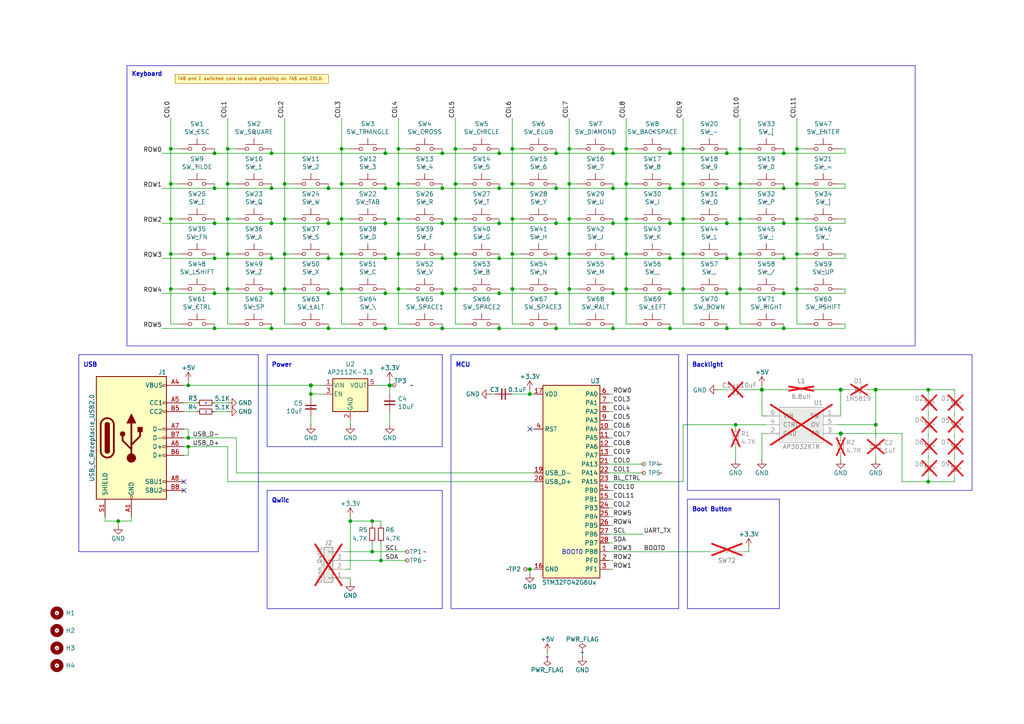
<source format=kicad_sch>
(kicad_sch (version 20250114) (generator "eeschema") (generator_version "9.0")
  (paper "A4")
  (lib_symbols
    (symbol "+3.3V_1" (power) (pin_numbers (hide yes)) (pin_names (offset 0) (hide yes))
      (property "Reference" "#PWR" (at 0 -3.81 0))
      (property "Value" "+3.3V" (at 0 3.556 0))
      (property "Description" "Power symbol creates a global label with name \"+3.3V\"" (at 0 0 0))
      (symbol "+3.3V_1_1_1"
        (pin power_in line (at 0 0 90) (length 0) (name "+3V3") (number "1"))
      )
    )
    (symbol "+3.3V_2" (power) (pin_numbers (hide yes)) (pin_names (offset 0) (hide yes))
      (property "Reference" "#PWR" (at 0 -3.81 0))
      (property "Value" "+3.3V" (at 0 3.556 0))
      (property "Description" "Power symbol creates a global label with name \"+3.3V\"" (at 0 0 0))
      (symbol "+3.3V_2_1_1"
        (pin power_in line (at 0 0 90) (length 0) (name "+3V3") (number "1"))
      )
    )
    (symbol "C_Small_1" (pin_numbers (hide yes)) (pin_names (hide yes))
      (property "Reference" "C" (at 0.254 1.778 0))
      (property "Value" "C_Small" (at 0.254 -2.032 0))
      (property "Datasheet" "~" (at 0 0 0))
      (property "Description" "Unpolarized capacitor, small symbol" (at 0 0 0))
      (symbol "C_Small_1_1_1"
        (pin passive line (at 0 2.54 270) (length 2.032) (name "~") (number "1"))
        (pin passive line (at 0 -2.54 90) (length 2.032) (name "~") (number "2"))
      )
    )
    (symbol "C_Small_2" (pin_numbers (hide yes))
      (property "Reference" "C" (at 0.254 1.778 0))
      (property "Value" "C_Small" (at 0.254 -2.032 0))
      (property "Datasheet" "~" (at 0 0 0))
      (property "Description" "Unpolarized capacitor, small symbol" (at 0 0 0))
      (symbol "C_Small_2_1_1"
        (pin passive line (at 0 2.54 270) (length 2.032) (name "~") (number "1"))
        (pin passive line (at 0 -2.54 90) (length 2.032) (name "~") (number "2"))
      )
    )
    (symbol "C_Small_3" (pin_numbers (hide yes)) (pin_names (hide yes))
      (property "Reference" "C" (at 0.254 1.778 0))
      (property "Value" "C_Small" (at 0.254 -2.032 0))
      (property "Datasheet" "~" (at 0 0 0))
      (property "Description" "Unpolarized capacitor, small symbol" (at 0 0 0))
      (symbol "C_Small_3_1_1"
        (pin passive line (at 0 2.54 270) (length 2.032) (name "~") (number "1"))
        (pin passive line (at 0 -2.54 90) (length 2.032) (name "~") (number "2"))
      )
    )
    (symbol "C_Small_4" (pin_numbers (hide yes)) (pin_names (hide yes))
      (property "Reference" "C" (at 0.254 1.778 0))
      (property "Value" "C_Small" (at 0.254 -2.032 0))
      (property "Datasheet" "~" (at 0 0 0))
      (property "Description" "Unpolarized capacitor, small symbol" (at 0 0 0))
      (symbol "C_Small_4_1_1"
        (pin passive line (at 0 2.54 270) (length 2.032) (name "~") (number "1"))
        (pin passive line (at 0 -2.54 90) (length 2.032) (name "~") (number "2"))
      )
    )
    (symbol "Connector:USB_C_Receptacle_USB2.0_16P" (pin_names (offset 1.016))
      (property "Reference" "J" (at 0 22.225 0))
      (property "Value" "USB_C_Receptacle_USB2.0_16P" (at 0 19.685 0))
      (symbol "USB_C_Receptacle_USB2.0_16P_1_1"
        (pin passive line (at -7.62 -22.86 90) (length 5.08) (name "SHIELD") (number "S1"))
        (pin passive line (at 0 -22.86 90) (length 5.08) (name "GND") (number "A1"))
        (pin passive line (at 0 -22.86 90) (length 5.08) (hide yes) (name "GND") (number "A12"))
        (pin passive line (at 0 -22.86 90) (length 5.08) (hide yes) (name "GND") (number "B1"))
        (pin passive line (at 0 -22.86 90) (length 5.08) (hide yes) (name "GND") (number "B12"))
        (pin passive line (at 15.24 15.24 180) (length 5.08) (name "VBUS") (number "A4"))
        (pin passive line (at 15.24 15.24 180) (length 5.08) (hide yes) (name "VBUS") (number "A9"))
        (pin passive line (at 15.24 15.24 180) (length 5.08) (hide yes) (name "VBUS") (number "B4"))
        (pin passive line (at 15.24 15.24 180) (length 5.08) (hide yes) (name "VBUS") (number "B9"))
        (pin bidirectional line (at 15.24 10.16 180) (length 5.08) (name "CC1") (number "A5"))
        (pin bidirectional line (at 15.24 7.62 180) (length 5.08) (name "CC2") (number "B5"))
        (pin bidirectional line (at 15.24 2.54 180) (length 5.08) (name "D-") (number "A7"))
        (pin bidirectional line (at 15.24 0 180) (length 5.08) (name "D-") (number "B7"))
        (pin bidirectional line (at 15.24 -2.54 180) (length 5.08) (name "D+") (number "A6"))
        (pin bidirectional line (at 15.24 -5.08 180) (length 5.08) (name "D+") (number "B6"))
        (pin bidirectional line (at 15.24 -12.7 180) (length 5.08) (name "SBU1") (number "A8"))
        (pin bidirectional line (at 15.24 -15.24 180) (length 5.08) (name "SBU2") (number "B8"))
      )
    )
    (symbol "Connector_Generic:Conn_01x04" (pin_names (offset 1.016) (hide yes))
      (property "Reference" "J" (at 0 5.08 0))
      (property "Value" "Conn_01x04" (at 0 -7.62 0))
      (symbol "Conn_01x04_1_1"
        (pin passive line (at -5.08 2.54 0) (length 3.81) (name "Pin_1") (number "1"))
        (pin passive line (at -5.08 0 0) (length 3.81) (name "Pin_2") (number "2"))
        (pin passive line (at -5.08 -2.54 0) (length 3.81) (name "Pin_3") (number "3"))
        (pin passive line (at -5.08 -5.08 0) (length 3.81) (name "Pin_4") (number "4"))
      )
    )
    (symbol "Device:D_Schottky_Small" (pin_numbers (hide yes)) (pin_names (hide yes))
      (property "Reference" "D" (at -1.27 2.032 0))
      (property "Value" "D_Schottky_Small" (at -7.112 -2.032 0))
      (property "Datasheet" "~" (at 0 0 90))
      (property "Description" "Schottky diode, small symbol" (at 0 0 0))
      (symbol "D_Schottky_Small_1_1"
        (pin passive line (at -2.54 0 0) (length 1.778) (name "K") (number "1"))
        (pin passive line (at 2.54 0 180) (length 1.778) (name "A") (number "2"))
      )
    )
    (symbol "Device:L" (pin_numbers (hide yes)) (pin_names (hide yes))
      (property "Reference" "L" (at -1.27 0 90))
      (property "Value" "L" (at 1.905 0 90))
      (property "Datasheet" "~" (at 0 0 0))
      (property "Description" "Inductor" (at 0 0 0))
      (symbol "L_1_1"
        (pin passive line (at 0 3.81 270) (length 1.27) (name "1") (number "1"))
        (pin passive line (at 0 -3.81 90) (length 1.27) (name "2") (number "2"))
      )
    )
    (symbol "Device:R_Small" (pin_numbers (hide yes)) (pin_names (offset 0.254) (hide yes))
      (property "Reference" "R" (at 0.762 0.508 0))
      (property "Value" "R_Small" (at 0.762 -1.016 0))
      (symbol "R_Small_1_1"
        (pin passive line (at 0 2.54 270) (length 0.762) (name "~") (number "1"))
        (pin passive line (at 0 -2.54 90) (length 0.762) (name "~") (number "2"))
      )
    )
    (symbol "Driver_LED_Extra:AP3032" (pin_names (offset 1.016))
      (property "Reference" "U" (at 6.35 6.35 0))
      (property "Value" "AP3032" (at 0 -6.35 0))
      (property "Footprint" "Package_TO_SOT_SMD:SOT-23-6" (at 0 0 0))
      (symbol "AP3032_1_1"
        (pin power_in line (at -10.16 2.54 0) (length 3.81) (name "VIN") (number "6"))
        (pin input line (at -10.16 0 0) (length 3.81) (name "CTRL") (number "4"))
        (pin power_in line (at -10.16 -2.54 0) (length 3.81) (name "GND") (number "2"))
        (pin power_out line (at 10.16 2.54 180) (length 3.81) (name "SW") (number "1"))
        (pin input line (at 10.16 0 180) (length 3.81) (name "OV") (number "5"))
        (pin output line (at 10.16 -2.54 180) (length 3.81) (name "FB") (number "3"))
      )
    )
    (symbol "GND_1" (power) (pin_numbers (hide yes)) (pin_names (offset 0) (hide yes))
      (property "Reference" "#PWR" (at 0 -6.35 0))
      (property "Value" "GND" (at 0 -3.81 0))
      (property "Description" "Power symbol creates a global label with name \"GND\" , ground" (at 0 0 0))
      (symbol "GND_1_1_1"
        (pin power_in line (at 0 0 270) (length 0) (name "GND") (number "1"))
      )
    )
    (symbol "GND_10" (power) (pin_numbers (hide yes)) (pin_names (offset 0) (hide yes))
      (property "Reference" "#PWR" (at 0 -6.35 0))
      (property "Value" "GND" (at 0 -3.81 0))
      (property "Description" "Power symbol creates a global label with name \"GND\" , ground" (at 0 0 0))
      (symbol "GND_10_1_1"
        (pin power_in line (at 0 0 270) (length 0) (name "GND") (number "1"))
      )
    )
    (symbol "GND_11" (power) (pin_numbers (hide yes)) (pin_names (offset 0) (hide yes))
      (property "Reference" "#PWR" (at 0 -6.35 0))
      (property "Value" "GND" (at 0 -3.81 0))
      (property "Description" "Power symbol creates a global label with name \"GND\" , ground" (at 0 0 0))
      (symbol "GND_11_1_1"
        (pin power_in line (at 0 0 270) (length 0) (name "GND") (number "1"))
      )
    )
    (symbol "GND_12" (power) (pin_numbers (hide yes)) (pin_names (offset 0) (hide yes))
      (property "Reference" "#PWR" (at 0 -6.35 0))
      (property "Value" "GND" (at 0 -3.81 0))
      (property "Description" "Power symbol creates a global label with name \"GND\" , ground" (at 0 0 0))
      (symbol "GND_12_1_1"
        (pin power_in line (at 0 0 270) (length 0) (name "GND") (number "1"))
      )
    )
    (symbol "GND_13" (power) (pin_numbers (hide yes)) (pin_names (offset 0) (hide yes))
      (property "Reference" "#PWR" (at 0 -6.35 0))
      (property "Value" "GND" (at 0 -3.81 0))
      (property "Description" "Power symbol creates a global label with name \"GND\" , ground" (at 0 0 0))
      (symbol "GND_13_1_1"
        (pin power_in line (at 0 0 270) (length 0) (name "GND") (number "1"))
      )
    )
    (symbol "GND_2" (power) (pin_numbers (hide yes)) (pin_names (offset 0) (hide yes))
      (property "Reference" "#PWR" (at 0 -6.35 0))
      (property "Value" "GND" (at 0 -3.81 0))
      (property "Description" "Power symbol creates a global label with name \"GND\" , ground" (at 0 0 0))
      (symbol "GND_2_1_1"
        (pin power_in line (at 0 0 270) (length 0) (name "GND") (number "1"))
      )
    )
    (symbol "GND_3" (power) (pin_numbers (hide yes)) (pin_names (offset 0) (hide yes))
      (property "Reference" "#PWR" (at 0 -6.35 0))
      (property "Value" "GND" (at 0 -3.81 0))
      (property "Description" "Power symbol creates a global label with name \"GND\" , ground" (at 0 0 0))
      (symbol "GND_3_1_1"
        (pin power_in line (at 0 0 270) (length 0) (name "GND") (number "1"))
      )
    )
    (symbol "GND_4" (power) (pin_numbers (hide yes)) (pin_names (offset 0) (hide yes))
      (property "Reference" "#PWR" (at 0 -6.35 0))
      (property "Value" "GND" (at 0 -3.81 0))
      (property "Description" "Power symbol creates a global label with name \"GND\" , ground" (at 0 0 0))
      (symbol "GND_4_1_1"
        (pin power_in line (at 0 0 270) (length 0) (name "GND") (number "1"))
      )
    )
    (symbol "GND_5" (power) (pin_numbers (hide yes)) (pin_names (offset 0) (hide yes))
      (property "Reference" "#PWR" (at 0 -6.35 0))
      (property "Value" "GND" (at 0 -3.81 0))
      (property "Description" "Power symbol creates a global label with name \"GND\" , ground" (at 0 0 0))
      (symbol "GND_5_1_1"
        (pin power_in line (at 0 0 270) (length 0) (name "GND") (number "1"))
      )
    )
    (symbol "GND_6" (power) (pin_numbers (hide yes)) (pin_names (offset 0) (hide yes))
      (property "Reference" "#PWR" (at 0 -6.35 0))
      (property "Value" "GND" (at 0 -3.81 0))
      (property "Description" "Power symbol creates a global label with name \"GND\" , ground" (at 0 0 0))
      (symbol "GND_6_1_1"
        (pin power_in line (at 0 0 270) (length 0) (name "GND") (number "1"))
      )
    )
    (symbol "GND_7" (power) (pin_numbers (hide yes)) (pin_names (offset 0) (hide yes))
      (property "Reference" "#PWR" (at 0 -6.35 0))
      (property "Value" "GND" (at 0 -3.81 0))
      (property "Description" "Power symbol creates a global label with name \"GND\" , ground" (at 0 0 0))
      (symbol "GND_7_1_1"
        (pin power_in line (at 0 0 270) (length 0) (name "GND") (number "1"))
      )
    )
    (symbol "GND_8" (power) (pin_numbers (hide yes)) (pin_names (offset 0) (hide yes))
      (property "Reference" "#PWR" (at 0 -6.35 0))
      (property "Value" "GND" (at 0 -3.81 0))
      (property "Description" "Power symbol creates a global label with name \"GND\" , ground" (at 0 0 0))
      (symbol "GND_8_1_1"
        (pin power_in line (at 0 0 270) (length 0) (name "GND") (number "1"))
      )
    )
    (symbol "GND_9" (power) (pin_numbers (hide yes)) (pin_names (offset 0) (hide yes))
      (property "Reference" "#PWR" (at 0 -6.35 0))
      (property "Value" "GND" (at 0 -3.81 0))
      (property "Description" "Power symbol creates a global label with name \"GND\" , ground" (at 0 0 0))
      (symbol "GND_9_1_1"
        (pin power_in line (at 0 0 270) (length 0) (name "GND") (number "1"))
      )
    )
    (symbol "LED_Small_1" (pin_numbers (hide yes)) (pin_names (hide yes))
      (property "Reference" "D" (at -1.27 3.175 0))
      (property "Value" "LED_Small" (at -4.445 -2.54 0))
      (property "Datasheet" "~" (at 0 0 90))
      (property "Description" "Light emitting diode, small symbol" (at 0 0 0))
      (symbol "LED_Small_1_1_1"
        (pin passive line (at -2.54 0 0) (length 1.778) (name "K") (number "1"))
        (pin passive line (at 2.54 0 180) (length 1.778) (name "A") (number "2"))
      )
    )
    (symbol "LED_Small_2" (pin_numbers (hide yes)) (pin_names (hide yes))
      (property "Reference" "D" (at -1.27 3.175 0))
      (property "Value" "LED_Small" (at -4.445 -2.54 0))
      (property "Datasheet" "~" (at 0 0 90))
      (property "Description" "Light emitting diode, small symbol" (at 0 0 0))
      (symbol "LED_Small_2_1_1"
        (pin passive line (at -2.54 0 0) (length 1.778) (name "K") (number "1"))
        (pin passive line (at 2.54 0 180) (length 1.778) (name "A") (number "2"))
      )
    )
    (symbol "LED_Small_3" (pin_numbers (hide yes)) (pin_names (hide yes))
      (property "Reference" "D" (at -1.27 3.175 0))
      (property "Value" "LED_Small" (at -4.445 -2.54 0))
      (property "Datasheet" "~" (at 0 0 90))
      (property "Description" "Light emitting diode, small symbol" (at 0 0 0))
      (symbol "LED_Small_3_1_1"
        (pin passive line (at -2.54 0 0) (length 1.778) (name "K") (number "1"))
        (pin passive line (at 2.54 0 180) (length 1.778) (name "A") (number "2"))
      )
    )
    (symbol "LED_Small_4" (pin_numbers (hide yes)) (pin_names (hide yes))
      (property "Reference" "D" (at -1.27 3.175 0))
      (property "Value" "LED_Small" (at -4.445 -2.54 0))
      (property "Datasheet" "~" (at 0 0 90))
      (property "Description" "Light emitting diode, small symbol" (at 0 0 0))
      (symbol "LED_Small_4_1_1"
        (pin passive line (at -2.54 0 0) (length 1.778) (name "K") (number "1"))
        (pin passive line (at 2.54 0 180) (length 1.778) (name "A") (number "2"))
      )
    )
    (symbol "LED_Small_5" (pin_numbers (hide yes)) (pin_names (hide yes))
      (property "Reference" "D" (at -1.27 3.175 0))
      (property "Value" "LED_Small" (at -4.445 -2.54 0))
      (property "Datasheet" "~" (at 0 0 90))
      (property "Description" "Light emitting diode, small symbol" (at 0 0 0))
      (symbol "LED_Small_5_1_1"
        (pin passive line (at -2.54 0 0) (length 1.778) (name "K") (number "1"))
        (pin passive line (at 2.54 0 180) (length 1.778) (name "A") (number "2"))
      )
    )
    (symbol "LED_Small_6" (pin_numbers (hide yes)) (pin_names (hide yes))
      (property "Reference" "D" (at -1.27 3.175 0))
      (property "Value" "LED_Small" (at -4.445 -2.54 0))
      (property "Datasheet" "~" (at 0 0 90))
      (property "Description" "Light emitting diode, small symbol" (at 0 0 0))
      (symbol "LED_Small_6_1_1"
        (pin passive line (at -2.54 0 0) (length 1.778) (name "K") (number "1"))
        (pin passive line (at 2.54 0 180) (length 1.778) (name "A") (number "2"))
      )
    )
    (symbol "LED_Small_7" (pin_numbers (hide yes)) (pin_names (hide yes))
      (property "Reference" "D" (at -1.27 3.175 0))
      (property "Value" "LED_Small" (at -4.445 -2.54 0))
      (property "Datasheet" "~" (at 0 0 90))
      (property "Description" "Light emitting diode, small symbol" (at 0 0 0))
      (symbol "LED_Small_7_1_1"
        (pin passive line (at -2.54 0 0) (length 1.778) (name "K") (number "1"))
        (pin passive line (at 2.54 0 180) (length 1.778) (name "A") (number "2"))
      )
    )
    (symbol "MCU_STM_Extra:STM32F042G6Ux"
      (property "Reference" "U" (at 8.89 29.21 0))
      (property "Value" "STM32F042G6Ux" (at 0 -29.21 0))
      (symbol "STM32F042G6Ux_1_1"
        (pin power_in line (at -10.16 25.4 0) (length 2.54) (name "VDD") (number "17"))
        (pin passive line (at -10.16 25.4 0) (length 2.54) (hide yes) (name "VDDIO2") (number "18"))
        (pin passive line (at -10.16 25.4 0) (length 2.54) (hide yes) (name "VDDA") (number "5"))
        (pin input line (at -10.16 15.24 0) (length 2.54) (name "RST") (number "4"))
        (pin bidirectional line (at -10.16 2.54 0) (length 2.54) (name "PA9/PA11") (number "19") (alternate "USB_D-" bidirectional line))
        (pin bidirectional line (at -10.16 0 0) (length 2.54) (name "PA10/PA12") (number "20") (alternate "USB_D+" bidirectional line))
        (pin power_in line (at -10.16 -25.4 0) (length 2.54) (name "GND") (number "16"))
        (pin bidirectional line (at 11.43 25.4 180) (length 2.54) (name "PA0") (number "6"))
        (pin bidirectional line (at 11.43 22.86 180) (length 2.54) (name "PA1") (number "7"))
        (pin bidirectional line (at 11.43 20.32 180) (length 2.54) (name "PA2") (number "8"))
        (pin bidirectional line (at 11.43 17.78 180) (length 2.54) (name "PA3") (number "9"))
        (pin bidirectional line (at 11.43 15.24 180) (length 2.54) (name "PA4") (number "10"))
        (pin bidirectional line (at 11.43 12.7 180) (length 2.54) (name "PA5") (number "11"))
        (pin bidirectional line (at 11.43 10.16 180) (length 2.54) (name "PA6") (number "12"))
        (pin bidirectional line (at 11.43 7.62 180) (length 2.54) (name "PA7") (number "13"))
        (pin bidirectional line (at 11.43 5.08 180) (length 2.54) (name "PA13") (number "21"))
        (pin bidirectional line (at 11.43 2.54 180) (length 2.54) (name "PA14") (number "22"))
        (pin bidirectional line (at 11.43 0 180) (length 2.54) (name "PA15") (number "23"))
        (pin bidirectional line (at 11.43 -2.54 180) (length 2.54) (name "PB0") (number "14"))
        (pin bidirectional line (at 11.43 -5.08 180) (length 2.54) (name "PB1") (number "15"))
        (pin bidirectional line (at 11.43 -7.62 180) (length 2.54) (name "PB3") (number "24"))
        (pin bidirectional line (at 11.43 -10.16 180) (length 2.54) (name "PB4") (number "25"))
        (pin bidirectional line (at 11.43 -12.7 180) (length 2.54) (name "PB5") (number "26"))
        (pin bidirectional line (at 11.43 -15.24 180) (length 2.54) (name "PB6") (number "27"))
        (pin bidirectional line (at 11.43 -17.78 180) (length 2.54) (name "PB7") (number "28"))
        (pin bidirectional line (at 11.43 -20.32 180) (length 2.54) (name "PB8") (number "1"))
        (pin bidirectional line (at 11.43 -22.86 180) (length 2.54) (name "PF0") (number "2"))
        (pin bidirectional line (at 11.43 -25.4 180) (length 2.54) (name "PF1") (number "3"))
      )
    )
    (symbol "Mechanical:MountingHole" (pin_names (offset 1.016)) (exclude_from_sim yes) (in_bom no)
      (property "Reference" "H" (at 0 5.08 0))
      (property "Value" "MountingHole" (at 0 3.175 0))
    )
    (symbol "PWR_FLAG_1" (pin_numbers (hide yes)) (pin_names (hide yes))
      (property "Reference" "#FLG" (at 0 1.905 0))
      (property "Value" "PWR_FLAG" (at 0 3.81 0))
      (property "Datasheet" "~" (at 0 0 0))
      (property "Description" "Special symbol for telling ERC where power comes from" (at 0 0 0))
      (symbol "PWR_FLAG_1_0_0"
        (pin power_out line (at 0 0 90) (length 0) (name "~") (number "1"))
      )
    )
    (symbol "R_Small_1" (pin_numbers (hide yes)) (pin_names (hide yes))
      (property "Reference" "R" (at 0.762 0.508 0))
      (property "Value" "R_Small" (at 0.762 -1.016 0))
      (property "Datasheet" "~" (at 0 0 0))
      (property "Description" "Resistor, small symbol" (at 0 0 0))
      (symbol "R_Small_1_1_1"
        (pin passive line (at 0 2.54 270) (length 0.762) (name "~") (number "1"))
        (pin passive line (at 0 -2.54 90) (length 0.762) (name "~") (number "2"))
      )
    )
    (symbol "R_Small_2" (pin_numbers (hide yes))
      (property "Reference" "R" (at 0.762 0.508 0))
      (property "Value" "R_Small" (at 0.762 -1.016 0))
      (property "Datasheet" "~" (at 0 0 0))
      (property "Description" "Resistor, small symbol" (at 0 0 0))
      (symbol "R_Small_2_1_1"
        (pin passive line (at 0 2.54 270) (length 0.762) (name "~") (number "1"))
        (pin passive line (at 0 -2.54 90) (length 0.762) (name "~") (number "2"))
      )
    )
    (symbol "R_Small_3" (pin_numbers (hide yes)) (pin_names (hide yes))
      (property "Reference" "R" (at 0.762 0.508 0))
      (property "Value" "R_Small" (at 0.762 -1.016 0))
      (property "Datasheet" "~" (at 0 0 0))
      (property "Description" "Resistor, small symbol" (at 0 0 0))
      (symbol "R_Small_3_1_1"
        (pin passive line (at 0 2.54 270) (length 0.762) (name "~") (number "1"))
        (pin passive line (at 0 -2.54 90) (length 0.762) (name "~") (number "2"))
      )
    )
    (symbol "Regulator_Linear:AP2112K-3.3" (pin_names (offset 0.254))
      (property "Reference" "U" (at -5.08 5.715 0))
      (property "Value" "AP2112K-3.3" (at 0 5.715 0))
      (symbol "AP2112K-3.3_1_1"
        (pin power_in line (at -7.62 2.54 0) (length 2.54) (name "VIN") (number "1"))
        (pin input line (at -7.62 0 0) (length 2.54) (name "EN") (number "3"))
        (pin power_in line (at 0 -7.62 90) (length 2.54) (name "GND") (number "2"))
        (pin no_connect line (at 5.08 0 180) (length 2.54) (hide yes) (name "NC") (number "4"))
        (pin power_out line (at 7.62 2.54 180) (length 2.54) (name "VOUT") (number "5"))
      )
    )
    (symbol "SW_Push_1" (pin_numbers (hide yes)) (pin_names (hide yes))
      (property "Reference" "SW" (at 1.27 2.54 0))
      (property "Value" "SW_Push" (at 0 -1.524 0))
      (property "Datasheet" "~" (at 0 5.08 0))
      (property "Description" "Push button switch, generic, two pins" (at 0 0 0))
      (symbol "SW_Push_1_0_1"
        (pin passive line (at -5.08 0 0) (length 2.54) (name "1") (number "1"))
        (pin passive line (at 5.08 0 180) (length 2.54) (name "2") (number "2"))
      )
    )
    (symbol "SW_Push_10" (pin_numbers (hide yes)) (pin_names (hide yes))
      (property "Reference" "SW" (at 1.27 2.54 0))
      (property "Value" "SW_Push" (at 0 -1.524 0))
      (property "Datasheet" "~" (at 0 5.08 0))
      (property "Description" "Push button switch, generic, two pins" (at 0 0 0))
      (symbol "SW_Push_10_0_1"
        (pin passive line (at -5.08 0 0) (length 2.54) (name "1") (number "1"))
        (pin passive line (at 5.08 0 180) (length 2.54) (name "2") (number "2"))
      )
    )
    (symbol "SW_Push_11" (pin_numbers (hide yes)) (pin_names (hide yes))
      (property "Reference" "SW" (at 1.27 2.54 0))
      (property "Value" "SW_Push" (at 0 -1.524 0))
      (property "Datasheet" "~" (at 0 5.08 0))
      (property "Description" "Push button switch, generic, two pins" (at 0 0 0))
      (symbol "SW_Push_11_0_1"
        (pin passive line (at -5.08 0 0) (length 2.54) (name "1") (number "1"))
        (pin passive line (at 5.08 0 180) (length 2.54) (name "2") (number "2"))
      )
    )
    (symbol "SW_Push_12" (pin_numbers (hide yes)) (pin_names (hide yes))
      (property "Reference" "SW" (at 1.27 2.54 0))
      (property "Value" "SW_Push" (at 0 -1.524 0))
      (property "Datasheet" "~" (at 0 5.08 0))
      (property "Description" "Push button switch, generic, two pins" (at 0 0 0))
      (symbol "SW_Push_12_0_1"
        (pin passive line (at -5.08 0 0) (length 2.54) (name "1") (number "1"))
        (pin passive line (at 5.08 0 180) (length 2.54) (name "2") (number "2"))
      )
    )
    (symbol "SW_Push_13" (pin_numbers (hide yes)) (pin_names (hide yes))
      (property "Reference" "SW" (at 1.27 2.54 0))
      (property "Value" "SW_Push" (at 0 -1.524 0))
      (property "Datasheet" "~" (at 0 5.08 0))
      (property "Description" "Push button switch, generic, two pins" (at 0 0 0))
      (symbol "SW_Push_13_0_1"
        (pin passive line (at -5.08 0 0) (length 2.54) (name "1") (number "1"))
        (pin passive line (at 5.08 0 180) (length 2.54) (name "2") (number "2"))
      )
    )
    (symbol "SW_Push_14" (pin_numbers (hide yes)) (pin_names (hide yes))
      (property "Reference" "SW" (at 1.27 2.54 0))
      (property "Value" "SW_Push" (at 0 -1.524 0))
      (property "Datasheet" "~" (at 0 5.08 0))
      (property "Description" "Push button switch, generic, two pins" (at 0 0 0))
      (symbol "SW_Push_14_0_1"
        (pin passive line (at -5.08 0 0) (length 2.54) (name "1") (number "1"))
        (pin passive line (at 5.08 0 180) (length 2.54) (name "2") (number "2"))
      )
    )
    (symbol "SW_Push_15" (pin_numbers (hide yes)) (pin_names (hide yes))
      (property "Reference" "SW" (at 1.27 2.54 0))
      (property "Value" "SW_Push" (at 0 -1.524 0))
      (property "Datasheet" "~" (at 0 5.08 0))
      (property "Description" "Push button switch, generic, two pins" (at 0 0 0))
      (symbol "SW_Push_15_0_1"
        (pin passive line (at -5.08 0 0) (length 2.54) (name "1") (number "1"))
        (pin passive line (at 5.08 0 180) (length 2.54) (name "2") (number "2"))
      )
    )
    (symbol "SW_Push_16" (pin_numbers (hide yes)) (pin_names (hide yes))
      (property "Reference" "SW" (at 1.27 2.54 0))
      (property "Value" "SW_Push" (at 0 -1.524 0))
      (property "Datasheet" "~" (at 0 5.08 0))
      (property "Description" "Push button switch, generic, two pins" (at 0 0 0))
      (symbol "SW_Push_16_0_1"
        (pin passive line (at -5.08 0 0) (length 2.54) (name "1") (number "1"))
        (pin passive line (at 5.08 0 180) (length 2.54) (name "2") (number "2"))
      )
    )
    (symbol "SW_Push_17" (pin_numbers (hide yes)) (pin_names (hide yes))
      (property "Reference" "SW" (at 1.27 2.54 0))
      (property "Value" "SW_Push" (at 0 -1.524 0))
      (property "Datasheet" "~" (at 0 5.08 0))
      (property "Description" "Push button switch, generic, two pins" (at 0 0 0))
      (symbol "SW_Push_17_0_1"
        (pin passive line (at -5.08 0 0) (length 2.54) (name "1") (number "1"))
        (pin passive line (at 5.08 0 180) (length 2.54) (name "2") (number "2"))
      )
    )
    (symbol "SW_Push_18" (pin_numbers (hide yes)) (pin_names (hide yes))
      (property "Reference" "SW" (at 1.27 2.54 0))
      (property "Value" "SW_Push" (at 0 -1.524 0))
      (property "Datasheet" "~" (at 0 5.08 0))
      (property "Description" "Push button switch, generic, two pins" (at 0 0 0))
      (symbol "SW_Push_18_0_1"
        (pin passive line (at -5.08 0 0) (length 2.54) (name "1") (number "1"))
        (pin passive line (at 5.08 0 180) (length 2.54) (name "2") (number "2"))
      )
    )
    (symbol "SW_Push_19" (pin_numbers (hide yes)) (pin_names (hide yes))
      (property "Reference" "SW" (at 1.27 2.54 0))
      (property "Value" "SW_Push" (at 0 -1.524 0))
      (property "Datasheet" "~" (at 0 5.08 0))
      (property "Description" "Push button switch, generic, two pins" (at 0 0 0))
      (symbol "SW_Push_19_0_1"
        (pin passive line (at -5.08 0 0) (length 2.54) (name "1") (number "1"))
        (pin passive line (at 5.08 0 180) (length 2.54) (name "2") (number "2"))
      )
    )
    (symbol "SW_Push_2" (pin_numbers (hide yes)) (pin_names (hide yes))
      (property "Reference" "SW" (at 1.27 2.54 0))
      (property "Value" "SW_Push" (at 0 -1.524 0))
      (property "Datasheet" "~" (at 0 5.08 0))
      (property "Description" "Push button switch, generic, two pins" (at 0 0 0))
      (symbol "SW_Push_2_0_1"
        (pin passive line (at -5.08 0 0) (length 2.54) (name "1") (number "1"))
        (pin passive line (at 5.08 0 180) (length 2.54) (name "2") (number "2"))
      )
    )
    (symbol "SW_Push_20" (pin_numbers (hide yes)) (pin_names (hide yes))
      (property "Reference" "SW" (at 1.27 2.54 0))
      (property "Value" "SW_Push" (at 0 -1.524 0))
      (property "Datasheet" "~" (at 0 5.08 0))
      (property "Description" "Push button switch, generic, two pins" (at 0 0 0))
      (symbol "SW_Push_20_0_1"
        (pin passive line (at -5.08 0 0) (length 2.54) (name "1") (number "1"))
        (pin passive line (at 5.08 0 180) (length 2.54) (name "2") (number "2"))
      )
    )
    (symbol "SW_Push_21" (pin_numbers (hide yes)) (pin_names (hide yes))
      (property "Reference" "SW" (at 1.27 2.54 0))
      (property "Value" "SW_Push" (at 0 -1.524 0))
      (property "Datasheet" "~" (at 0 5.08 0))
      (property "Description" "Push button switch, generic, two pins" (at 0 0 0))
      (symbol "SW_Push_21_0_1"
        (pin passive line (at -5.08 0 0) (length 2.54) (name "1") (number "1"))
        (pin passive line (at 5.08 0 180) (length 2.54) (name "2") (number "2"))
      )
    )
    (symbol "SW_Push_22" (pin_numbers (hide yes)) (pin_names (hide yes))
      (property "Reference" "SW" (at 1.27 2.54 0))
      (property "Value" "SW_Push" (at 0 -1.524 0))
      (property "Datasheet" "~" (at 0 5.08 0))
      (property "Description" "Push button switch, generic, two pins" (at 0 0 0))
      (symbol "SW_Push_22_0_1"
        (pin passive line (at -5.08 0 0) (length 2.54) (name "1") (number "1"))
        (pin passive line (at 5.08 0 180) (length 2.54) (name "2") (number "2"))
      )
    )
    (symbol "SW_Push_23" (pin_numbers (hide yes)) (pin_names (hide yes))
      (property "Reference" "SW" (at 1.27 2.54 0))
      (property "Value" "SW_Push" (at 0 -1.524 0))
      (property "Datasheet" "~" (at 0 5.08 0))
      (property "Description" "Push button switch, generic, two pins" (at 0 0 0))
      (symbol "SW_Push_23_0_1"
        (pin passive line (at -5.08 0 0) (length 2.54) (name "1") (number "1"))
        (pin passive line (at 5.08 0 180) (length 2.54) (name "2") (number "2"))
      )
    )
    (symbol "SW_Push_24" (pin_numbers (hide yes)) (pin_names (hide yes))
      (property "Reference" "SW" (at 1.27 2.54 0))
      (property "Value" "SW_Push" (at 0 -1.524 0))
      (property "Datasheet" "~" (at 0 5.08 0))
      (property "Description" "Push button switch, generic, two pins" (at 0 0 0))
      (symbol "SW_Push_24_0_1"
        (pin passive line (at -5.08 0 0) (length 2.54) (name "1") (number "1"))
        (pin passive line (at 5.08 0 180) (length 2.54) (name "2") (number "2"))
      )
    )
    (symbol "SW_Push_25" (pin_numbers (hide yes)) (pin_names (hide yes))
      (property "Reference" "SW" (at 1.27 2.54 0))
      (property "Value" "SW_Push" (at 0 -1.524 0))
      (property "Datasheet" "~" (at 0 5.08 0))
      (property "Description" "Push button switch, generic, two pins" (at 0 0 0))
      (symbol "SW_Push_25_0_1"
        (pin passive line (at -5.08 0 0) (length 2.54) (name "1") (number "1"))
        (pin passive line (at 5.08 0 180) (length 2.54) (name "2") (number "2"))
      )
    )
    (symbol "SW_Push_26" (pin_numbers (hide yes)) (pin_names (hide yes))
      (property "Reference" "SW" (at 1.27 2.54 0))
      (property "Value" "SW_Push" (at 0 -1.524 0))
      (property "Datasheet" "~" (at 0 5.08 0))
      (property "Description" "Push button switch, generic, two pins" (at 0 0 0))
      (symbol "SW_Push_26_0_1"
        (pin passive line (at -5.08 0 0) (length 2.54) (name "1") (number "1"))
        (pin passive line (at 5.08 0 180) (length 2.54) (name "2") (number "2"))
      )
    )
    (symbol "SW_Push_27" (pin_numbers (hide yes)) (pin_names (hide yes))
      (property "Reference" "SW" (at 1.27 2.54 0))
      (property "Value" "SW_Push" (at 0 -1.524 0))
      (property "Datasheet" "~" (at 0 5.08 0))
      (property "Description" "Push button switch, generic, two pins" (at 0 0 0))
      (symbol "SW_Push_27_0_1"
        (pin passive line (at -5.08 0 0) (length 2.54) (name "1") (number "1"))
        (pin passive line (at 5.08 0 180) (length 2.54) (name "2") (number "2"))
      )
    )
    (symbol "SW_Push_28" (pin_numbers (hide yes)) (pin_names (hide yes))
      (property "Reference" "SW" (at 1.27 2.54 0))
      (property "Value" "SW_Push" (at 0 -1.524 0))
      (property "Datasheet" "~" (at 0 5.08 0))
      (property "Description" "Push button switch, generic, two pins" (at 0 0 0))
      (symbol "SW_Push_28_0_1"
        (pin passive line (at -5.08 0 0) (length 2.54) (name "1") (number "1"))
        (pin passive line (at 5.08 0 180) (length 2.54) (name "2") (number "2"))
      )
    )
    (symbol "SW_Push_29" (pin_numbers (hide yes)) (pin_names (hide yes))
      (property "Reference" "SW" (at 1.27 2.54 0))
      (property "Value" "SW_Push" (at 0 -1.524 0))
      (property "Datasheet" "~" (at 0 5.08 0))
      (property "Description" "Push button switch, generic, two pins" (at 0 0 0))
      (symbol "SW_Push_29_0_1"
        (pin passive line (at -5.08 0 0) (length 2.54) (name "1") (number "1"))
        (pin passive line (at 5.08 0 180) (length 2.54) (name "2") (number "2"))
      )
    )
    (symbol "SW_Push_3" (pin_numbers (hide yes)) (pin_names (hide yes))
      (property "Reference" "SW" (at 1.27 2.54 0))
      (property "Value" "SW_Push" (at 0 -1.524 0))
      (property "Datasheet" "~" (at 0 5.08 0))
      (property "Description" "Push button switch, generic, two pins" (at 0 0 0))
      (symbol "SW_Push_3_0_1"
        (pin passive line (at -5.08 0 0) (length 2.54) (name "1") (number "1"))
        (pin passive line (at 5.08 0 180) (length 2.54) (name "2") (number "2"))
      )
    )
    (symbol "SW_Push_30" (pin_numbers (hide yes)) (pin_names (hide yes))
      (property "Reference" "SW" (at 1.27 2.54 0))
      (property "Value" "SW_Push" (at 0 -1.524 0))
      (property "Datasheet" "~" (at 0 5.08 0))
      (property "Description" "Push button switch, generic, two pins" (at 0 0 0))
      (symbol "SW_Push_30_0_1"
        (pin passive line (at -5.08 0 0) (length 2.54) (name "1") (number "1"))
        (pin passive line (at 5.08 0 180) (length 2.54) (name "2") (number "2"))
      )
    )
    (symbol "SW_Push_31" (pin_numbers (hide yes)) (pin_names (hide yes))
      (property "Reference" "SW" (at 1.27 2.54 0))
      (property "Value" "SW_Push" (at 0 -1.524 0))
      (property "Datasheet" "~" (at 0 5.08 0))
      (property "Description" "Push button switch, generic, two pins" (at 0 0 0))
      (symbol "SW_Push_31_0_1"
        (pin passive line (at -5.08 0 0) (length 2.54) (name "1") (number "1"))
        (pin passive line (at 5.08 0 180) (length 2.54) (name "2") (number "2"))
      )
    )
    (symbol "SW_Push_32" (pin_numbers (hide yes)) (pin_names (hide yes))
      (property "Reference" "SW" (at 1.27 2.54 0))
      (property "Value" "SW_Push" (at 0 -1.524 0))
      (property "Datasheet" "~" (at 0 5.08 0))
      (property "Description" "Push button switch, generic, two pins" (at 0 0 0))
      (symbol "SW_Push_32_0_1"
        (pin passive line (at -5.08 0 0) (length 2.54) (name "1") (number "1"))
        (pin passive line (at 5.08 0 180) (length 2.54) (name "2") (number "2"))
      )
    )
    (symbol "SW_Push_33" (pin_numbers (hide yes)) (pin_names (hide yes))
      (property "Reference" "SW" (at 1.27 2.54 0))
      (property "Value" "SW_Push" (at 0 -1.524 0))
      (property "Datasheet" "~" (at 0 5.08 0))
      (property "Description" "Push button switch, generic, two pins" (at 0 0 0))
      (symbol "SW_Push_33_0_1"
        (pin passive line (at -5.08 0 0) (length 2.54) (name "1") (number "1"))
        (pin passive line (at 5.08 0 180) (length 2.54) (name "2") (number "2"))
      )
    )
    (symbol "SW_Push_34" (pin_numbers (hide yes)) (pin_names (hide yes))
      (property "Reference" "SW" (at 1.27 2.54 0))
      (property "Value" "SW_Push" (at 0 -1.524 0))
      (property "Datasheet" "~" (at 0 5.08 0))
      (property "Description" "Push button switch, generic, two pins" (at 0 0 0))
      (symbol "SW_Push_34_0_1"
        (pin passive line (at -5.08 0 0) (length 2.54) (name "1") (number "1"))
        (pin passive line (at 5.08 0 180) (length 2.54) (name "2") (number "2"))
      )
    )
    (symbol "SW_Push_35" (pin_numbers (hide yes)) (pin_names (hide yes))
      (property "Reference" "SW" (at 1.27 2.54 0))
      (property "Value" "SW_Push" (at 0 -1.524 0))
      (property "Datasheet" "~" (at 0 5.08 0))
      (property "Description" "Push button switch, generic, two pins" (at 0 0 0))
      (symbol "SW_Push_35_0_1"
        (pin passive line (at -5.08 0 0) (length 2.54) (name "1") (number "1"))
        (pin passive line (at 5.08 0 180) (length 2.54) (name "2") (number "2"))
      )
    )
    (symbol "SW_Push_36" (pin_numbers (hide yes)) (pin_names (hide yes))
      (property "Reference" "SW" (at 1.27 2.54 0))
      (property "Value" "SW_Push" (at 0 -1.524 0))
      (property "Datasheet" "~" (at 0 5.08 0))
      (property "Description" "Push button switch, generic, two pins" (at 0 0 0))
      (symbol "SW_Push_36_0_1"
        (pin passive line (at -5.08 0 0) (length 2.54) (name "1") (number "1"))
        (pin passive line (at 5.08 0 180) (length 2.54) (name "2") (number "2"))
      )
    )
    (symbol "SW_Push_37" (pin_numbers (hide yes)) (pin_names (hide yes))
      (property "Reference" "SW" (at 1.27 2.54 0))
      (property "Value" "SW_Push" (at 0 -1.524 0))
      (property "Datasheet" "~" (at 0 5.08 0))
      (property "Description" "Push button switch, generic, two pins" (at 0 0 0))
      (symbol "SW_Push_37_0_1"
        (pin passive line (at -5.08 0 0) (length 2.54) (name "1") (number "1"))
        (pin passive line (at 5.08 0 180) (length 2.54) (name "2") (number "2"))
      )
    )
    (symbol "SW_Push_38" (pin_numbers (hide yes)) (pin_names (hide yes))
      (property "Reference" "SW" (at 1.27 2.54 0))
      (property "Value" "SW_Push" (at 0 -1.524 0))
      (property "Datasheet" "~" (at 0 5.08 0))
      (property "Description" "Push button switch, generic, two pins" (at 0 0 0))
      (symbol "SW_Push_38_0_1"
        (pin passive line (at -5.08 0 0) (length 2.54) (name "1") (number "1"))
        (pin passive line (at 5.08 0 180) (length 2.54) (name "2") (number "2"))
      )
    )
    (symbol "SW_Push_39" (pin_numbers (hide yes)) (pin_names (hide yes))
      (property "Reference" "SW" (at 1.27 2.54 0))
      (property "Value" "SW_Push" (at 0 -1.524 0))
      (property "Datasheet" "~" (at 0 5.08 0))
      (property "Description" "Push button switch, generic, two pins" (at 0 0 0))
      (symbol "SW_Push_39_0_1"
        (pin passive line (at -5.08 0 0) (length 2.54) (name "1") (number "1"))
        (pin passive line (at 5.08 0 180) (length 2.54) (name "2") (number "2"))
      )
    )
    (symbol "SW_Push_4" (pin_numbers (hide yes)) (pin_names (hide yes))
      (property "Reference" "SW" (at 1.27 2.54 0))
      (property "Value" "SW_Push" (at 0 -1.524 0))
      (property "Datasheet" "~" (at 0 5.08 0))
      (property "Description" "Push button switch, generic, two pins" (at 0 0 0))
      (symbol "SW_Push_4_0_1"
        (pin passive line (at -5.08 0 0) (length 2.54) (name "1") (number "1"))
        (pin passive line (at 5.08 0 180) (length 2.54) (name "2") (number "2"))
      )
    )
    (symbol "SW_Push_40" (pin_numbers (hide yes)) (pin_names (hide yes))
      (property "Reference" "SW" (at 1.27 2.54 0))
      (property "Value" "SW_Push" (at 0 -1.524 0))
      (property "Datasheet" "~" (at 0 5.08 0))
      (property "Description" "Push button switch, generic, two pins" (at 0 0 0))
      (symbol "SW_Push_40_0_1"
        (pin passive line (at -5.08 0 0) (length 2.54) (name "1") (number "1"))
        (pin passive line (at 5.08 0 180) (length 2.54) (name "2") (number "2"))
      )
    )
    (symbol "SW_Push_41" (pin_numbers (hide yes)) (pin_names (hide yes))
      (property "Reference" "SW" (at 1.27 2.54 0))
      (property "Value" "SW_Push" (at 0 -1.524 0))
      (property "Datasheet" "~" (at 0 5.08 0))
      (property "Description" "Push button switch, generic, two pins" (at 0 0 0))
      (symbol "SW_Push_41_0_1"
        (pin passive line (at -5.08 0 0) (length 2.54) (name "1") (number "1"))
        (pin passive line (at 5.08 0 180) (length 2.54) (name "2") (number "2"))
      )
    )
    (symbol "SW_Push_42" (pin_numbers (hide yes)) (pin_names (hide yes))
      (property "Reference" "SW" (at 1.27 2.54 0))
      (property "Value" "SW_Push" (at 0 -1.524 0))
      (property "Datasheet" "~" (at 0 5.08 0))
      (property "Description" "Push button switch, generic, two pins" (at 0 0 0))
      (symbol "SW_Push_42_0_1"
        (pin passive line (at -5.08 0 0) (length 2.54) (name "1") (number "1"))
        (pin passive line (at 5.08 0 180) (length 2.54) (name "2") (number "2"))
      )
    )
    (symbol "SW_Push_43" (pin_numbers (hide yes)) (pin_names (hide yes))
      (property "Reference" "SW" (at 1.27 2.54 0))
      (property "Value" "SW_Push" (at 0 -1.524 0))
      (property "Datasheet" "~" (at 0 5.08 0))
      (property "Description" "Push button switch, generic, two pins" (at 0 0 0))
      (symbol "SW_Push_43_0_1"
        (pin passive line (at -5.08 0 0) (length 2.54) (name "1") (number "1"))
        (pin passive line (at 5.08 0 180) (length 2.54) (name "2") (number "2"))
      )
    )
    (symbol "SW_Push_44" (pin_numbers (hide yes)) (pin_names (hide yes))
      (property "Reference" "SW" (at 1.27 2.54 0))
      (property "Value" "SW_Push" (at 0 -1.524 0))
      (property "Datasheet" "~" (at 0 5.08 0))
      (property "Description" "Push button switch, generic, two pins" (at 0 0 0))
      (symbol "SW_Push_44_0_1"
        (pin passive line (at -5.08 0 0) (length 2.54) (name "1") (number "1"))
        (pin passive line (at 5.08 0 180) (length 2.54) (name "2") (number "2"))
      )
    )
    (symbol "SW_Push_45" (pin_numbers (hide yes)) (pin_names (hide yes))
      (property "Reference" "SW" (at 1.27 2.54 0))
      (property "Value" "SW_Push" (at 0 -1.524 0))
      (property "Datasheet" "~" (at 0 5.08 0))
      (property "Description" "Push button switch, generic, two pins" (at 0 0 0))
      (symbol "SW_Push_45_0_1"
        (pin passive line (at -5.08 0 0) (length 2.54) (name "1") (number "1"))
        (pin passive line (at 5.08 0 180) (length 2.54) (name "2") (number "2"))
      )
    )
    (symbol "SW_Push_46" (pin_numbers (hide yes)) (pin_names (hide yes))
      (property "Reference" "SW" (at 1.27 2.54 0))
      (property "Value" "SW_Push" (at 0 -1.524 0))
      (property "Datasheet" "~" (at 0 5.08 0))
      (property "Description" "Push button switch, generic, two pins" (at 0 0 0))
      (symbol "SW_Push_46_0_1"
        (pin passive line (at -5.08 0 0) (length 2.54) (name "1") (number "1"))
        (pin passive line (at 5.08 0 180) (length 2.54) (name "2") (number "2"))
      )
    )
    (symbol "SW_Push_47" (pin_numbers (hide yes)) (pin_names (hide yes))
      (property "Reference" "SW" (at 1.27 2.54 0))
      (property "Value" "SW_Push" (at 0 -1.524 0))
      (property "Datasheet" "~" (at 0 5.08 0))
      (property "Description" "Push button switch, generic, two pins" (at 0 0 0))
      (symbol "SW_Push_47_0_1"
        (pin passive line (at -5.08 0 0) (length 2.54) (name "1") (number "1"))
        (pin passive line (at 5.08 0 180) (length 2.54) (name "2") (number "2"))
      )
    )
    (symbol "SW_Push_48" (pin_numbers (hide yes)) (pin_names (hide yes))
      (property "Reference" "SW" (at 1.27 2.54 0))
      (property "Value" "SW_Push" (at 0 -1.524 0))
      (property "Datasheet" "~" (at 0 5.08 0))
      (property "Description" "Push button switch, generic, two pins" (at 0 0 0))
      (symbol "SW_Push_48_0_1"
        (pin passive line (at -5.08 0 0) (length 2.54) (name "1") (number "1"))
        (pin passive line (at 5.08 0 180) (length 2.54) (name "2") (number "2"))
      )
    )
    (symbol "SW_Push_49" (pin_numbers (hide yes)) (pin_names (hide yes))
      (property "Reference" "SW" (at 1.27 2.54 0))
      (property "Value" "SW_Push" (at 0 -1.524 0))
      (property "Datasheet" "~" (at 0 5.08 0))
      (property "Description" "Push button switch, generic, two pins" (at 0 0 0))
      (symbol "SW_Push_49_0_1"
        (pin passive line (at -5.08 0 0) (length 2.54) (name "1") (number "1"))
        (pin passive line (at 5.08 0 180) (length 2.54) (name "2") (number "2"))
      )
    )
    (symbol "SW_Push_5" (pin_numbers (hide yes)) (pin_names (hide yes))
      (property "Reference" "SW" (at 1.27 2.54 0))
      (property "Value" "SW_Push" (at 0 -1.524 0))
      (property "Datasheet" "~" (at 0 5.08 0))
      (property "Description" "Push button switch, generic, two pins" (at 0 0 0))
      (symbol "SW_Push_5_0_1"
        (pin passive line (at -5.08 0 0) (length 2.54) (name "1") (number "1"))
        (pin passive line (at 5.08 0 180) (length 2.54) (name "2") (number "2"))
      )
    )
    (symbol "SW_Push_50" (pin_numbers (hide yes)) (pin_names (hide yes))
      (property "Reference" "SW" (at 1.27 2.54 0))
      (property "Value" "SW_Push" (at 0 -1.524 0))
      (property "Datasheet" "~" (at 0 5.08 0))
      (property "Description" "Push button switch, generic, two pins" (at 0 0 0))
      (symbol "SW_Push_50_0_1"
        (pin passive line (at -5.08 0 0) (length 2.54) (name "1") (number "1"))
        (pin passive line (at 5.08 0 180) (length 2.54) (name "2") (number "2"))
      )
    )
    (symbol "SW_Push_51" (pin_numbers (hide yes)) (pin_names (hide yes))
      (property "Reference" "SW" (at 1.27 2.54 0))
      (property "Value" "SW_Push" (at 0 -1.524 0))
      (property "Datasheet" "~" (at 0 5.08 0))
      (property "Description" "Push button switch, generic, two pins" (at 0 0 0))
      (symbol "SW_Push_51_0_1"
        (pin passive line (at -5.08 0 0) (length 2.54) (name "1") (number "1"))
        (pin passive line (at 5.08 0 180) (length 2.54) (name "2") (number "2"))
      )
    )
    (symbol "SW_Push_52" (pin_numbers (hide yes)) (pin_names (hide yes))
      (property "Reference" "SW" (at 1.27 2.54 0))
      (property "Value" "SW_Push" (at 0 -1.524 0))
      (property "Datasheet" "~" (at 0 5.08 0))
      (property "Description" "Push button switch, generic, two pins" (at 0 0 0))
      (symbol "SW_Push_52_0_1"
        (pin passive line (at -5.08 0 0) (length 2.54) (name "1") (number "1"))
        (pin passive line (at 5.08 0 180) (length 2.54) (name "2") (number "2"))
      )
    )
    (symbol "SW_Push_53" (pin_numbers (hide yes)) (pin_names (hide yes))
      (property "Reference" "SW" (at 1.27 2.54 0))
      (property "Value" "SW_Push" (at 0 -1.524 0))
      (property "Datasheet" "~" (at 0 5.08 0))
      (property "Description" "Push button switch, generic, two pins" (at 0 0 0))
      (symbol "SW_Push_53_0_1"
        (pin passive line (at -5.08 0 0) (length 2.54) (name "1") (number "1"))
        (pin passive line (at 5.08 0 180) (length 2.54) (name "2") (number "2"))
      )
    )
    (symbol "SW_Push_54" (pin_numbers (hide yes)) (pin_names (hide yes))
      (property "Reference" "SW" (at 1.27 2.54 0))
      (property "Value" "SW_Push" (at 0 -1.524 0))
      (property "Datasheet" "~" (at 0 5.08 0))
      (property "Description" "Push button switch, generic, two pins" (at 0 0 0))
      (symbol "SW_Push_54_0_1"
        (pin passive line (at -5.08 0 0) (length 2.54) (name "1") (number "1"))
        (pin passive line (at 5.08 0 180) (length 2.54) (name "2") (number "2"))
      )
    )
    (symbol "SW_Push_55" (pin_numbers (hide yes)) (pin_names (hide yes))
      (property "Reference" "SW" (at 1.27 2.54 0))
      (property "Value" "SW_Push" (at 0 -1.524 0))
      (property "Datasheet" "~" (at 0 5.08 0))
      (property "Description" "Push button switch, generic, two pins" (at 0 0 0))
      (symbol "SW_Push_55_0_1"
        (pin passive line (at -5.08 0 0) (length 2.54) (name "1") (number "1"))
        (pin passive line (at 5.08 0 180) (length 2.54) (name "2") (number "2"))
      )
    )
    (symbol "SW_Push_56" (pin_numbers (hide yes)) (pin_names (hide yes))
      (property "Reference" "SW" (at 1.27 2.54 0))
      (property "Value" "SW_Push" (at 0 -1.524 0))
      (property "Datasheet" "~" (at 0 5.08 0))
      (property "Description" "Push button switch, generic, two pins" (at 0 0 0))
      (symbol "SW_Push_56_0_1"
        (pin passive line (at -5.08 0 0) (length 2.54) (name "1") (number "1"))
        (pin passive line (at 5.08 0 180) (length 2.54) (name "2") (number "2"))
      )
    )
    (symbol "SW_Push_57" (pin_numbers (hide yes)) (pin_names (hide yes))
      (property "Reference" "SW" (at 1.27 2.54 0))
      (property "Value" "SW_Push" (at 0 -1.524 0))
      (property "Datasheet" "~" (at 0 5.08 0))
      (property "Description" "Push button switch, generic, two pins" (at 0 0 0))
      (symbol "SW_Push_57_0_1"
        (pin passive line (at -5.08 0 0) (length 2.54) (name "1") (number "1"))
        (pin passive line (at 5.08 0 180) (length 2.54) (name "2") (number "2"))
      )
    )
    (symbol "SW_Push_58" (pin_numbers (hide yes)) (pin_names (hide yes))
      (property "Reference" "SW" (at 1.27 2.54 0))
      (property "Value" "SW_Push" (at 0 -1.524 0))
      (property "Datasheet" "~" (at 0 5.08 0))
      (property "Description" "Push button switch, generic, two pins" (at 0 0 0))
      (symbol "SW_Push_58_0_1"
        (pin passive line (at -5.08 0 0) (length 2.54) (name "1") (number "1"))
        (pin passive line (at 5.08 0 180) (length 2.54) (name "2") (number "2"))
      )
    )
    (symbol "SW_Push_59" (pin_numbers (hide yes)) (pin_names (hide yes))
      (property "Reference" "SW" (at 1.27 2.54 0))
      (property "Value" "SW_Push" (at 0 -1.524 0))
      (property "Datasheet" "~" (at 0 5.08 0))
      (property "Description" "Push button switch, generic, two pins" (at 0 0 0))
      (symbol "SW_Push_59_0_1"
        (pin passive line (at -5.08 0 0) (length 2.54) (name "1") (number "1"))
        (pin passive line (at 5.08 0 180) (length 2.54) (name "2") (number "2"))
      )
    )
    (symbol "SW_Push_6" (pin_numbers (hide yes)) (pin_names (hide yes))
      (property "Reference" "SW" (at 1.27 2.54 0))
      (property "Value" "SW_Push" (at 0 -1.524 0))
      (property "Datasheet" "~" (at 0 5.08 0))
      (property "Description" "Push button switch, generic, two pins" (at 0 0 0))
      (symbol "SW_Push_6_0_1"
        (pin passive line (at -5.08 0 0) (length 2.54) (name "1") (number "1"))
        (pin passive line (at 5.08 0 180) (length 2.54) (name "2") (number "2"))
      )
    )
    (symbol "SW_Push_60" (pin_numbers (hide yes)) (pin_names (hide yes))
      (property "Reference" "SW" (at 1.27 2.54 0))
      (property "Value" "SW_Push" (at 0 -1.524 0))
      (property "Datasheet" "~" (at 0 5.08 0))
      (property "Description" "Push button switch, generic, two pins" (at 0 0 0))
      (symbol "SW_Push_60_0_1"
        (pin passive line (at -5.08 0 0) (length 2.54) (name "1") (number "1"))
        (pin passive line (at 5.08 0 180) (length 2.54) (name "2") (number "2"))
      )
    )
    (symbol "SW_Push_61" (pin_numbers (hide yes)) (pin_names (hide yes))
      (property "Reference" "SW" (at 1.27 2.54 0))
      (property "Value" "SW_Push" (at 0 -1.524 0))
      (property "Datasheet" "~" (at 0 5.08 0))
      (property "Description" "Push button switch, generic, two pins" (at 0 0 0))
      (symbol "SW_Push_61_0_1"
        (pin passive line (at -5.08 0 0) (length 2.54) (name "1") (number "1"))
        (pin passive line (at 5.08 0 180) (length 2.54) (name "2") (number "2"))
      )
    )
    (symbol "SW_Push_62" (pin_numbers (hide yes)) (pin_names (hide yes))
      (property "Reference" "SW" (at 1.27 2.54 0))
      (property "Value" "SW_Push" (at 0 -1.524 0))
      (property "Datasheet" "~" (at 0 5.08 0))
      (property "Description" "Push button switch, generic, two pins" (at 0 0 0))
      (symbol "SW_Push_62_0_1"
        (pin passive line (at -5.08 0 0) (length 2.54) (name "1") (number "1"))
        (pin passive line (at 5.08 0 180) (length 2.54) (name "2") (number "2"))
      )
    )
    (symbol "SW_Push_63" (pin_numbers (hide yes)) (pin_names (hide yes))
      (property "Reference" "SW" (at 1.27 2.54 0))
      (property "Value" "SW_Push" (at 0 -1.524 0))
      (property "Datasheet" "~" (at 0 5.08 0))
      (property "Description" "Push button switch, generic, two pins" (at 0 0 0))
      (symbol "SW_Push_63_0_1"
        (pin passive line (at -5.08 0 0) (length 2.54) (name "1") (number "1"))
        (pin passive line (at 5.08 0 180) (length 2.54) (name "2") (number "2"))
      )
    )
    (symbol "SW_Push_64" (pin_numbers (hide yes)) (pin_names (hide yes))
      (property "Reference" "SW" (at 1.27 2.54 0))
      (property "Value" "SW_Push" (at 0 -1.524 0))
      (property "Datasheet" "~" (at 0 5.08 0))
      (property "Description" "Push button switch, generic, two pins" (at 0 0 0))
      (symbol "SW_Push_64_0_1"
        (pin passive line (at -5.08 0 0) (length 2.54) (name "1") (number "1"))
        (pin passive line (at 5.08 0 180) (length 2.54) (name "2") (number "2"))
      )
    )
    (symbol "SW_Push_65" (pin_numbers (hide yes)) (pin_names (hide yes))
      (property "Reference" "SW" (at 1.27 2.54 0))
      (property "Value" "SW_Push" (at 0 -1.524 0))
      (property "Datasheet" "~" (at 0 5.08 0))
      (property "Description" "Push button switch, generic, two pins" (at 0 0 0))
      (symbol "SW_Push_65_0_1"
        (pin passive line (at -5.08 0 0) (length 2.54) (name "1") (number "1"))
        (pin passive line (at 5.08 0 180) (length 2.54) (name "2") (number "2"))
      )
    )
    (symbol "SW_Push_66" (pin_numbers (hide yes)) (pin_names (hide yes))
      (property "Reference" "SW" (at 1.27 2.54 0))
      (property "Value" "SW_Push" (at 0 -1.524 0))
      (property "Datasheet" "~" (at 0 5.08 0))
      (property "Description" "Push button switch, generic, two pins" (at 0 0 0))
      (symbol "SW_Push_66_0_1"
        (pin passive line (at -5.08 0 0) (length 2.54) (name "1") (number "1"))
        (pin passive line (at 5.08 0 180) (length 2.54) (name "2") (number "2"))
      )
    )
    (symbol "SW_Push_67" (pin_numbers (hide yes)) (pin_names (hide yes))
      (property "Reference" "SW" (at 1.27 2.54 0))
      (property "Value" "SW_Push" (at 0 -1.524 0))
      (property "Datasheet" "~" (at 0 5.08 0))
      (property "Description" "Push button switch, generic, two pins" (at 0 0 0))
      (symbol "SW_Push_67_0_1"
        (pin passive line (at -5.08 0 0) (length 2.54) (name "1") (number "1"))
        (pin passive line (at 5.08 0 180) (length 2.54) (name "2") (number "2"))
      )
    )
    (symbol "SW_Push_68" (pin_numbers (hide yes)) (pin_names (hide yes))
      (property "Reference" "SW" (at 1.27 2.54 0))
      (property "Value" "SW_Push" (at 0 -1.524 0))
      (property "Datasheet" "~" (at 0 5.08 0))
      (property "Description" "Push button switch, generic, two pins" (at 0 0 0))
      (symbol "SW_Push_68_0_1"
        (pin passive line (at -5.08 0 0) (length 2.54) (name "1") (number "1"))
        (pin passive line (at 5.08 0 180) (length 2.54) (name "2") (number "2"))
      )
    )
    (symbol "SW_Push_69" (pin_numbers (hide yes)) (pin_names (hide yes))
      (property "Reference" "SW" (at 1.27 2.54 0))
      (property "Value" "SW_Push" (at 0 -1.524 0))
      (property "Datasheet" "~" (at 0 5.08 0))
      (property "Description" "Push button switch, generic, two pins" (at 0 0 0))
      (symbol "SW_Push_69_0_1"
        (pin passive line (at -5.08 0 0) (length 2.54) (name "1") (number "1"))
        (pin passive line (at 5.08 0 180) (length 2.54) (name "2") (number "2"))
      )
    )
    (symbol "SW_Push_7" (pin_numbers (hide yes)) (pin_names (hide yes))
      (property "Reference" "SW" (at 1.27 2.54 0))
      (property "Value" "SW_Push" (at 0 -1.524 0))
      (property "Datasheet" "~" (at 0 5.08 0))
      (property "Description" "Push button switch, generic, two pins" (at 0 0 0))
      (symbol "SW_Push_7_0_1"
        (pin passive line (at -5.08 0 0) (length 2.54) (name "1") (number "1"))
        (pin passive line (at 5.08 0 180) (length 2.54) (name "2") (number "2"))
      )
    )
    (symbol "SW_Push_70" (pin_numbers (hide yes)) (pin_names (hide yes))
      (property "Reference" "SW" (at 1.27 2.54 0))
      (property "Value" "SW_Push" (at 0 -1.524 0))
      (property "Datasheet" "~" (at 0 5.08 0))
      (property "Description" "Push button switch, generic, two pins" (at 0 0 0))
      (symbol "SW_Push_70_0_1"
        (pin passive line (at -5.08 0 0) (length 2.54) (name "1") (number "1"))
        (pin passive line (at 5.08 0 180) (length 2.54) (name "2") (number "2"))
      )
    )
    (symbol "SW_Push_8" (pin_numbers (hide yes)) (pin_names (hide yes))
      (property "Reference" "SW" (at 1.27 2.54 0))
      (property "Value" "SW_Push" (at 0 -1.524 0))
      (property "Datasheet" "~" (at 0 5.08 0))
      (property "Description" "Push button switch, generic, two pins" (at 0 0 0))
      (symbol "SW_Push_8_0_1"
        (pin passive line (at -5.08 0 0) (length 2.54) (name "1") (number "1"))
        (pin passive line (at 5.08 0 180) (length 2.54) (name "2") (number "2"))
      )
    )
    (symbol "SW_Push_9" (pin_numbers (hide yes)) (pin_names (hide yes))
      (property "Reference" "SW" (at 1.27 2.54 0))
      (property "Value" "SW_Push" (at 0 -1.524 0))
      (property "Datasheet" "~" (at 0 5.08 0))
      (property "Description" "Push button switch, generic, two pins" (at 0 0 0))
      (symbol "SW_Push_9_0_1"
        (pin passive line (at -5.08 0 0) (length 2.54) (name "1") (number "1"))
        (pin passive line (at 5.08 0 180) (length 2.54) (name "2") (number "2"))
      )
    )
    (symbol "Switch:SW_SPST" (pin_numbers (hide yes)) (pin_names (offset 0) (hide yes))
      (property "Reference" "SW" (at 0 3.175 0))
      (property "Value" "SW_SPST" (at 0 -2.54 0))
      (property "Datasheet" "~" (at 0 0 0))
      (property "Description" "Single Pole Single Throw (SPST) switch" (at 0 0 0))
      (symbol "SW_SPST_1_1"
        (pin passive line (at -5.08 0 0) (length 2.54) (name "A") (number "1"))
        (pin passive line (at 5.08 0 180) (length 2.54) (name "B") (number "2"))
      )
    )
    (symbol "TestPoint_Small_1" (pin_numbers (hide yes)) (pin_names (hide yes))
      (property "Reference" "TP" (at 0 3.81 0))
      (property "Value" "TestPoint_Small" (at 0 2.032 0))
      (property "Datasheet" "~" (at 5.08 0 0))
      (property "Description" "test point" (at 0 0 0))
      (symbol "TestPoint_Small_1_1_1"
        (pin passive line (at 0 0 90) (length 0) (name "1") (number "1"))
      )
    )
    (symbol "TestPoint_Small_2" (pin_numbers (hide yes)) (pin_names (hide yes))
      (property "Reference" "TP" (at 0 3.81 0))
      (property "Value" "TestPoint_Small" (at 0 2.032 0))
      (property "Datasheet" "~" (at 5.08 0 0))
      (property "Description" "test point" (at 0 0 0))
      (symbol "TestPoint_Small_2_1_1"
        (pin passive line (at 0 0 90) (length 0) (name "1") (number "1"))
      )
    )
    (symbol "TestPoint_Small_3" (pin_numbers (hide yes)) (pin_names (hide yes))
      (property "Reference" "TP" (at 0 3.81 0))
      (property "Value" "TestPoint_Small" (at 0 2.032 0))
      (property "Datasheet" "~" (at 5.08 0 0))
      (property "Description" "test point" (at 0 0 0))
      (symbol "TestPoint_Small_3_1_1"
        (pin passive line (at 0 0 90) (length 0) (name "1") (number "1"))
      )
    )
    (symbol "TestPoint_Small_4" (pin_numbers (hide yes)) (pin_names (hide yes))
      (property "Reference" "TP" (at 0 3.81 0))
      (property "Value" "TestPoint_Small" (at 0 2.032 0))
      (property "Datasheet" "~" (at 5.08 0 0))
      (property "Description" "test point" (at 0 0 0))
      (symbol "TestPoint_Small_4_1_1"
        (pin passive line (at 0 0 90) (length 0) (name "1") (number "1"))
      )
    )
    (symbol "power:+3.3V" (power) (pin_numbers (hide yes)) (pin_names (offset 0) (hide yes))
      (property "Reference" "#PWR" (at 0 -3.81 0))
      (property "Value" "+3.3V" (at 0 3.556 0))
      (property "Description" "Power symbol creates a global label with name \"+3.3V\"" (at 0 0 0))
      (symbol "+3.3V_1_1"
        (pin power_in line (at 0 0 90) (length 0) (name "+3V3") (number "1"))
      )
    )
    (symbol "power:+5V" (power) (pin_numbers (hide yes)) (pin_names (offset 0) (hide yes))
      (property "Value" "+5V" (at 0 3.556 0))
      (symbol "+5V_1_1"
        (pin power_in line (at 0 0 90) (length 0) (name "~") (number "1"))
      )
    )
    (symbol "power:GND" (power) (pin_names (offset 0))
      (property "Value" "GND" (at 0 -3.81 0))
      (symbol "GND_1_1"
        (pin power_in line (at 0 0 270) (length 0) (hide yes) (name "GND") (number "1"))
      )
    )
  )
  (rectangle (start 77.47 142.24) (end 128.27 176.53))
  (rectangle (start 77.47 102.87) (end 128.27 129.54))
  (rectangle (start 130.81 102.87) (end 196.85 176.53))
  (rectangle (start 36.83 19.05) (end 265.43 100.33))
  (rectangle (start 22.86 102.87) (end 74.93 160.02))
  (rectangle (start 199.39 102.87) (end 281.94 142.24))
  (rectangle (start 199.39 144.78) (end 226.06 176.53))
  (text "Keyboard" (at 38.1 21.59 0) (effects (font (size 1.27 1.27) (thickness 0.254) (bold yes)) (justify left)))
  (text "Boot Button" (at 200.66 148.59 0) (effects (font (size 1.27 1.27) (thickness 0.254) (bold yes)) (justify left bottom)))
  (text "USB" (at 24.13 106.68 0) (effects (font (size 1.27 1.27) (thickness 0.254) (bold yes)) (justify left bottom)))
  (text "Backlight" (at 200.66 106.68 0) (effects (font (size 1.27 1.27) (thickness 0.254) (bold yes)) (justify left bottom)))
  (text "Qwiic" (at 78.74 146.05 0) (effects (font (size 1.27 1.27) (thickness 0.254) (bold yes)) (justify left bottom)))
  (text "BOOT0" (at 169.164 161.036 0) (effects (font (size 1.27 1.27)) (justify right bottom)))
  (text "MCU\n" (at 132.08 106.68 0) (effects (font (size 1.27 1.27) (thickness 0.254) (bold yes)) (justify left bottom)))
  (text "Power" (at 78.74 106.68 0) (effects (font (size 1.27 1.27) (thickness 0.254) (bold yes)) (justify left bottom)))
  (text_box "TAB and E switched cols to avoid ghosting on TAB and COL0." (at 50.8 21.59 0) (size 44.45 2.54) (margins 0.6668 0.6668 0.6668 0.6668) (stroke (width 0) (color 204 102 0 1)) (fill (type color) (color 255 255 194 1)) (effects (font (size 0.889 0.889)) (justify left top)))
  (junction (at 210.82 64.77))
  (junction (at 161.29 85.09))
  (junction (at 198.12 63.5))
  (junction (at 49.53 83.82))
  (junction (at 148.59 53.34))
  (junction (at 66.04 43.18))
  (junction (at 227.33 54.61))
  (junction (at 220.98 113.03) (diameter 1.016))
  (junction (at 214.63 43.18))
  (junction (at 269.24 113.03))
  (junction (at 148.59 63.5))
  (junction (at 132.08 53.34))
  (junction (at 153.67 114.3))
  (junction (at 110.49 162.56))
  (junction (at 78.74 54.61))
  (junction (at 132.08 83.82))
  (junction (at 128.27 74.93))
  (junction (at 144.78 95.25))
  (junction (at 99.06 53.34))
  (junction (at 161.29 54.61))
  (junction (at 214.63 73.66))
  (junction (at 107.95 151.13))
  (junction (at 95.25 95.25))
  (junction (at 181.61 73.66))
  (junction (at 210.82 54.61))
  (junction (at 111.76 54.61))
  (junction (at 62.23 64.77))
  (junction (at 78.74 64.77))
  (junction (at 115.57 83.82))
  (junction (at 214.63 83.82))
  (junction (at 34.29 151.13))
  (junction (at 128.27 44.45))
  (junction (at 62.23 85.09))
  (junction (at 111.76 85.09))
  (junction (at 243.84 125.73) (diameter 1.016))
  (junction (at 181.61 53.34))
  (junction (at 227.33 85.09))
  (junction (at 254 123.19))
  (junction (at 49.53 53.34))
  (junction (at 66.04 83.82))
  (junction (at 62.23 74.93))
  (junction (at 78.74 74.93))
  (junction (at 128.27 95.25))
  (junction (at 95.25 54.61))
  (junction (at 107.95 160.02))
  (junction (at 95.25 74.93))
  (junction (at 214.63 53.34))
  (junction (at 214.63 63.5))
  (junction (at 165.1 63.5))
  (junction (at 144.78 54.61))
  (junction (at 165.1 43.18))
  (junction (at 194.31 64.77))
  (junction (at 198.12 73.66))
  (junction (at 231.14 53.34))
  (junction (at 82.55 63.5))
  (junction (at 101.6 151.13))
  (junction (at 115.57 43.18))
  (junction (at 144.78 44.45))
  (junction (at 111.76 74.93))
  (junction (at 66.04 63.5))
  (junction (at 198.12 43.18))
  (junction (at 194.31 54.61))
  (junction (at 177.8 64.77))
  (junction (at 115.57 53.34))
  (junction (at 227.33 64.77))
  (junction (at 62.23 54.61))
  (junction (at 198.12 83.82))
  (junction (at 198.12 53.34))
  (junction (at 144.78 85.09))
  (junction (at 78.74 95.25))
  (junction (at 90.17 114.3))
  (junction (at 132.08 63.5))
  (junction (at 78.74 85.09))
  (junction (at 227.33 74.93))
  (junction (at 194.31 44.45))
  (junction (at 66.04 53.34))
  (junction (at 132.08 73.66))
  (junction (at 194.31 85.09))
  (junction (at 54.61 129.54))
  (junction (at 49.53 43.18))
  (junction (at 210.82 44.45))
  (junction (at 210.82 74.93))
  (junction (at 144.78 64.77))
  (junction (at 231.14 83.82))
  (junction (at 177.8 74.93))
  (junction (at 177.8 54.61))
  (junction (at 210.82 95.25))
  (junction (at 148.59 83.82))
  (junction (at 132.08 43.18))
  (junction (at 144.78 74.93))
  (junction (at 49.53 63.5))
  (junction (at 95.25 64.77))
  (junction (at 90.17 111.76) (diameter 1.016))
  (junction (at 99.06 83.82))
  (junction (at 181.61 43.18))
  (junction (at 148.59 73.66))
  (junction (at 99.06 63.5))
  (junction (at 161.29 74.93))
  (junction (at 54.61 127))
  (junction (at 95.25 85.09))
  (junction (at 227.33 44.45))
  (junction (at 82.55 53.34))
  (junction (at 111.76 44.45))
  (junction (at 78.74 44.45))
  (junction (at 231.14 43.18))
  (junction (at 243.84 113.03) (diameter 1.016))
  (junction (at 161.29 95.25))
  (junction (at 213.36 123.19))
  (junction (at 111.76 95.25))
  (junction (at 128.27 54.61))
  (junction (at 128.27 64.77))
  (junction (at 269.24 139.7))
  (junction (at 165.1 53.34))
  (junction (at 99.06 73.66))
  (junction (at 82.55 83.82))
  (junction (at 153.67 165.1))
  (junction (at 161.29 44.45))
  (junction (at 115.57 73.66))
  (junction (at 62.23 95.25))
  (junction (at 148.59 43.18))
  (junction (at 62.23 44.45))
  (junction (at 231.14 63.5))
  (junction (at 128.27 85.09))
  (junction (at 177.8 95.25))
  (junction (at 111.76 64.77))
  (junction (at 177.8 85.09))
  (junction (at 66.04 73.66))
  (junction (at 227.33 95.25))
  (junction (at 254 113.03) (diameter 1.016))
  (junction (at 99.06 43.18))
  (junction (at 82.55 73.66))
  (junction (at 165.1 83.82))
  (junction (at 161.29 64.77))
  (junction (at 194.31 95.25))
  (junction (at 231.14 73.66))
  (junction (at 210.82 85.09))
  (junction (at 49.53 73.66))
  (junction (at 54.61 111.76))
  (junction (at 177.8 44.45))
  (junction (at 194.31 74.93))
  (junction (at 115.57 63.5))
  (junction (at 113.03 111.76) (diameter 1.016))
  (junction (at 181.61 63.5))
  (junction (at 165.1 73.66))
  (junction (at 181.61 83.82))
  (no_connect (at 53.34 139.7))
  (no_connect (at 53.34 142.24))
  (no_connect (at 153.67 124.46))
  (wire (pts (xy 148.59 73.66) (xy 151.13 73.66)))
  (wire (pts (xy 214.63 73.66) (xy 214.63 83.82)))
  (wire (pts (xy 90.17 111.76) (xy 93.98 111.76)))
  (wire (pts (xy 176.53 121.92) (xy 177.8 121.92)))
  (wire (pts (xy 128.27 64.77) (xy 144.78 64.77)))
  (wire (pts (xy 177.8 63.5) (xy 177.8 64.77)))
  (wire (pts (xy 132.08 43.18) (xy 132.08 53.34)))
  (wire (pts (xy 82.55 73.66) (xy 82.55 83.82)))
  (wire (pts (xy 78.74 95.25) (xy 95.25 95.25)))
  (wire (pts (xy 34.29 151.13) (xy 38.1 151.13)))
  (wire (pts (xy 144.78 74.93) (xy 161.29 74.93)))
  (wire (pts (xy 99.06 63.5) (xy 99.06 73.66)))
  (wire (pts (xy 214.63 43.18) (xy 217.17 43.18)))
  (wire (pts (xy 176.53 142.24) (xy 177.8 142.24)))
  (wire (pts (xy 198.12 123.19) (xy 213.36 123.19)))
  (wire (pts (xy 110.49 157.48) (xy 110.49 162.56)))
  (wire (pts (xy 242.57 125.73) (xy 243.84 125.73)))
  (wire (pts (xy 144.78 85.09) (xy 161.29 85.09)))
  (wire (pts (xy 165.1 93.98) (xy 165.1 83.82)))
  (wire (pts (xy 148.59 93.98) (xy 148.59 83.82)))
  (wire (pts (xy 46.99 74.93) (xy 62.23 74.93)))
  (wire (pts (xy 176.53 157.48) (xy 177.8 157.48)))
  (wire (pts (xy 52.07 93.98) (xy 49.53 93.98)))
  (wire (pts (xy 242.57 123.19) (xy 254 123.19)))
  (wire (pts (xy 177.8 73.66) (xy 177.8 74.93)))
  (wire (pts (xy 38.1 149.86) (xy 38.1 151.13)))
  (wire (pts (xy 176.53 147.32) (xy 177.8 147.32)))
  (wire (pts (xy 148.59 34.29) (xy 148.59 43.18)))
  (wire (pts (xy 62.23 54.61) (xy 78.74 54.61)))
  (wire (pts (xy 243.84 120.65) (xy 243.84 113.03)))
  (wire (pts (xy 101.6 151.13) (xy 107.95 151.13)))
  (wire (pts (xy 243.84 127) (xy 243.84 125.73)))
  (wire (pts (xy 30.48 149.86) (xy 30.48 151.13)))
  (wire (pts (xy 243.84 113.03) (xy 246.38 113.03)))
  (wire (pts (xy 231.14 53.34) (xy 233.68 53.34)))
  (wire (pts (xy 46.99 44.45) (xy 62.23 44.45)))
  (wire (pts (xy 95.25 93.98) (xy 95.25 95.25)))
  (wire (pts (xy 99.06 73.66) (xy 99.06 83.82)))
  (wire (pts (xy 99.06 34.29) (xy 99.06 43.18)))
  (wire (pts (xy 107.95 151.13) (xy 110.49 151.13)))
  (wire (pts (xy 245.11 73.66) (xy 243.84 73.66)))
  (wire (pts (xy 99.06 43.18) (xy 101.6 43.18)))
  (wire (pts (xy 177.8 43.18) (xy 177.8 44.45)))
  (wire (pts (xy 128.27 95.25) (xy 144.78 95.25)))
  (wire (pts (xy 227.33 85.09) (xy 245.11 85.09)))
  (wire (pts (xy 245.11 93.98) (xy 243.84 93.98)))
  (wire (pts (xy 78.74 53.34) (xy 78.74 54.61)))
  (wire (pts (xy 251.46 113.03) (xy 254 113.03)))
  (wire (pts (xy 66.04 73.66) (xy 66.04 83.82)))
  (wire (pts (xy 210.82 44.45) (xy 210.82 43.18)))
  (wire (pts (xy 176.53 127) (xy 177.8 127)))
  (wire (pts (xy 181.61 53.34) (xy 184.15 53.34)))
  (wire (pts (xy 78.74 54.61) (xy 95.25 54.61)))
  (wire (pts (xy 54.61 110.49) (xy 54.61 111.76)))
  (wire (pts (xy 148.59 53.34) (xy 151.13 53.34)))
  (wire (pts (xy 115.57 73.66) (xy 115.57 83.82)))
  (wire (pts (xy 231.14 43.18) (xy 233.68 43.18)))
  (wire (pts (xy 210.82 95.25) (xy 227.33 95.25)))
  (wire (pts (xy 245.11 44.45) (xy 245.11 43.18)))
  (wire (pts (xy 53.34 129.54) (xy 54.61 129.54)))
  (wire (pts (xy 214.63 73.66) (xy 217.17 73.66)))
  (wire (pts (xy 198.12 43.18) (xy 200.66 43.18)))
  (wire (pts (xy 78.74 83.82) (xy 78.74 85.09)))
  (wire (pts (xy 66.04 53.34) (xy 68.58 53.34)))
  (wire (pts (xy 101.6 167.64) (xy 100.33 167.64)))
  (wire (pts (xy 148.59 83.82) (xy 151.13 83.82)))
  (wire (pts (xy 210.82 54.61) (xy 227.33 54.61)))
  (wire (pts (xy 243.84 125.73) (xy 261.62 125.73)))
  (wire (pts (xy 62.23 83.82) (xy 62.23 85.09)))
  (wire (pts (xy 254 123.19) (xy 254 127)))
  (wire (pts (xy 100.33 165.1) (xy 101.6 165.1)))
  (wire (pts (xy 276.86 139.7) (xy 276.86 138.43)))
  (wire (pts (xy 227.33 53.34) (xy 227.33 54.61)))
  (wire (pts (xy 214.63 34.29) (xy 214.63 43.18)))
  (wire (pts (xy 95.25 74.93) (xy 111.76 74.93)))
  (wire (pts (xy 53.34 111.76) (xy 54.61 111.76)))
  (wire (pts (xy 128.27 54.61) (xy 144.78 54.61)))
  (wire (pts (xy 115.57 43.18) (xy 118.11 43.18)))
  (wire (pts (xy 214.63 63.5) (xy 217.17 63.5)))
  (wire (pts (xy 176.53 149.86) (xy 177.8 149.86)))
  (wire (pts (xy 100.33 160.02) (xy 107.95 160.02)))
  (wire (pts (xy 198.12 73.66) (xy 200.66 73.66)))
  (wire (pts (xy 176.53 119.38) (xy 177.8 119.38)))
  (wire (pts (xy 165.1 43.18) (xy 165.1 53.34)))
  (wire (pts (xy 177.8 54.61) (xy 194.31 54.61)))
  (wire (pts (xy 49.53 63.5) (xy 49.53 73.66)))
  (wire (pts (xy 153.67 124.46) (xy 154.94 124.46)))
  (wire (pts (xy 132.08 63.5) (xy 132.08 73.66)))
  (wire (pts (xy 62.23 73.66) (xy 62.23 74.93)))
  (wire (pts (xy 231.14 83.82) (xy 231.14 93.98)))
  (wire (pts (xy 220.98 113.03) (xy 220.98 111.76)))
  (wire (pts (xy 66.04 73.66) (xy 68.58 73.66)))
  (wire (pts (xy 276.86 133.35) (xy 276.86 132.08)))
  (wire (pts (xy 128.27 93.98) (xy 128.27 95.25)))
  (wire (pts (xy 132.08 53.34) (xy 134.62 53.34)))
  (wire (pts (xy 161.29 64.77) (xy 177.8 64.77)))
  (wire (pts (xy 101.6 121.92) (xy 101.6 123.19)))
  (wire (pts (xy 111.76 85.09) (xy 128.27 85.09)))
  (wire (pts (xy 115.57 53.34) (xy 115.57 63.5)))
  (wire (pts (xy 269.24 113.03) (xy 276.86 113.03)))
  (wire (pts (xy 99.06 83.82) (xy 101.6 83.82)))
  (wire (pts (xy 99.06 53.34) (xy 101.6 53.34)))
  (wire (pts (xy 214.63 93.98) (xy 217.17 93.98)))
  (wire (pts (xy 101.6 168.91) (xy 101.6 167.64)))
  (wire (pts (xy 99.06 43.18) (xy 99.06 53.34)))
  (wire (pts (xy 90.17 120.65) (xy 90.17 123.19)))
  (wire (pts (xy 54.61 132.08) (xy 54.61 129.54)))
  (wire (pts (xy 152.4 165.1) (xy 153.67 165.1)))
  (wire (pts (xy 220.98 113.03) (xy 228.6 113.03)))
  (wire (pts (xy 53.34 119.38) (xy 57.15 119.38)))
  (wire (pts (xy 198.12 43.18) (xy 198.12 53.34)))
  (wire (pts (xy 54.61 111.76) (xy 90.17 111.76)))
  (wire (pts (xy 194.31 93.98) (xy 194.31 95.25)))
  (wire (pts (xy 261.62 139.7) (xy 269.24 139.7)))
  (wire (pts (xy 148.59 93.98) (xy 151.13 93.98)))
  (wire (pts (xy 214.63 53.34) (xy 217.17 53.34)))
  (wire (pts (xy 245.11 83.82) (xy 243.84 83.82)))
  (wire (pts (xy 128.27 73.66) (xy 128.27 74.93)))
  (wire (pts (xy 161.29 83.82) (xy 161.29 85.09)))
  (wire (pts (xy 231.14 34.29) (xy 231.14 43.18)))
  (wire (pts (xy 132.08 34.29) (xy 132.08 43.18)))
  (wire (pts (xy 82.55 34.29) (xy 82.55 53.34)))
  (wire (pts (xy 82.55 83.82) (xy 85.09 83.82)))
  (wire (pts (xy 254 132.08) (xy 254 133.35)))
  (wire (pts (xy 227.33 54.61) (xy 245.11 54.61)))
  (wire (pts (xy 217.17 160.02) (xy 215.9 160.02)))
  (wire (pts (xy 177.8 85.09) (xy 194.31 85.09)))
  (wire (pts (xy 227.33 44.45) (xy 245.11 44.45)))
  (wire (pts (xy 49.53 83.82) (xy 52.07 83.82)))
  (wire (pts (xy 181.61 93.98) (xy 181.61 83.82)))
  (wire (pts (xy 161.29 54.61) (xy 177.8 54.61)))
  (wire (pts (xy 66.04 43.18) (xy 66.04 53.34)))
  (wire (pts (xy 46.99 64.77) (xy 62.23 64.77)))
  (wire (pts (xy 82.55 83.82) (xy 82.55 93.98)))
  (wire (pts (xy 231.14 93.98) (xy 233.68 93.98)))
  (wire (pts (xy 210.82 93.98) (xy 210.82 95.25)))
  (wire (pts (xy 68.58 127) (xy 54.61 127)))
  (wire (pts (xy 101.6 151.13) (xy 101.6 165.1)))
  (wire (pts (xy 198.12 73.66) (xy 198.12 83.82)))
  (wire (pts (xy 66.04 83.82) (xy 68.58 83.82)))
  (wire (pts (xy 128.27 74.93) (xy 144.78 74.93)))
  (wire (pts (xy 165.1 63.5) (xy 167.64 63.5)))
  (wire (pts (xy 100.33 162.56) (xy 110.49 162.56)))
  (wire (pts (xy 176.53 144.78) (xy 177.8 144.78)))
  (wire (pts (xy 68.58 93.98) (xy 66.04 93.98)))
  (wire (pts (xy 82.55 53.34) (xy 82.55 63.5)))
  (wire (pts (xy 227.33 95.25) (xy 245.11 95.25)))
  (wire (pts (xy 176.53 165.1) (xy 177.8 165.1)))
  (wire (pts (xy 198.12 63.5) (xy 200.66 63.5)))
  (wire (pts (xy 95.25 63.5) (xy 95.25 64.77)))
  (wire (pts (xy 245.11 95.25) (xy 245.11 93.98)))
  (wire (pts (xy 181.61 73.66) (xy 181.61 83.82)))
  (wire (pts (xy 181.61 83.82) (xy 184.15 83.82)))
  (wire (pts (xy 110.49 151.13) (xy 110.49 152.4)))
  (wire (pts (xy 62.23 64.77) (xy 78.74 64.77)))
  (wire (pts (xy 194.31 63.5) (xy 194.31 64.77)))
  (wire (pts (xy 177.8 95.25) (xy 194.31 95.25)))
  (wire (pts (xy 210.82 74.93) (xy 227.33 74.93)))
  (wire (pts (xy 165.1 83.82) (xy 167.64 83.82)))
  (wire (pts (xy 62.23 63.5) (xy 62.23 64.77)))
  (wire (pts (xy 107.95 160.02) (xy 118.11 160.02)))
  (wire (pts (xy 113.03 110.49) (xy 113.03 111.76)))
  (wire (pts (xy 227.33 83.82) (xy 227.33 85.09)))
  (wire (pts (xy 161.29 74.93) (xy 177.8 74.93)))
  (wire (pts (xy 90.17 114.3) (xy 93.98 114.3)))
  (wire (pts (xy 158.75 189.23) (xy 158.75 190.5)))
  (wire (pts (xy 176.53 154.94) (xy 186.69 154.94)))
  (wire (pts (xy 78.74 74.93) (xy 95.25 74.93)))
  (wire (pts (xy 210.82 63.5) (xy 210.82 64.77)))
  (wire (pts (xy 132.08 83.82) (xy 134.62 83.82)))
  (wire (pts (xy 215.9 113.03) (xy 220.98 113.03)))
  (wire (pts (xy 161.29 63.5) (xy 161.29 64.77)))
  (wire (pts (xy 254 113.03) (xy 269.24 113.03)))
  (wire (pts (xy 176.53 132.08) (xy 177.8 132.08)))
  (wire (pts (xy 132.08 73.66) (xy 132.08 83.82)))
  (wire (pts (xy 269.24 119.38) (xy 269.24 120.65)))
  (wire (pts (xy 95.25 83.82) (xy 95.25 85.09)))
  (wire (pts (xy 85.09 93.98) (xy 82.55 93.98)))
  (wire (pts (xy 198.12 93.98) (xy 198.12 83.82)))
  (wire (pts (xy 109.22 111.76) (xy 113.03 111.76)))
  (wire (pts (xy 46.99 54.61) (xy 62.23 54.61)))
  (wire (pts (xy 144.78 44.45) (xy 161.29 44.45)))
  (wire (pts (xy 49.53 53.34) (xy 52.07 53.34)))
  (wire (pts (xy 269.24 132.08) (xy 269.24 133.35)))
  (wire (pts (xy 168.91 189.23) (xy 168.91 190.5)))
  (wire (pts (xy 115.57 73.66) (xy 118.11 73.66)))
  (wire (pts (xy 181.61 43.18) (xy 184.15 43.18)))
  (wire (pts (xy 99.06 53.34) (xy 99.06 63.5)))
  (wire (pts (xy 78.74 43.18) (xy 78.74 44.45)))
  (wire (pts (xy 101.6 93.98) (xy 99.06 93.98)))
  (wire (pts (xy 111.76 73.66) (xy 111.76 74.93)))
  (wire (pts (xy 181.61 63.5) (xy 184.15 63.5)))
  (wire (pts (xy 62.23 53.34) (xy 62.23 54.61)))
  (wire (pts (xy 214.63 93.98) (xy 214.63 83.82)))
  (wire (pts (xy 177.8 93.98) (xy 177.8 95.25)))
  (wire (pts (xy 110.49 162.56) (xy 118.11 162.56)))
  (wire (pts (xy 269.24 125.73) (xy 269.24 127)))
  (wire (pts (xy 66.04 53.34) (xy 66.04 63.5)))
  (wire (pts (xy 62.23 116.84) (xy 66.04 116.84)))
  (wire (pts (xy 222.25 125.73) (xy 220.98 125.73)))
  (wire (pts (xy 214.63 83.82) (xy 217.17 83.82)))
  (wire (pts (xy 144.78 43.18) (xy 144.78 44.45)))
  (wire (pts (xy 165.1 63.5) (xy 165.1 73.66)))
  (wire (pts (xy 53.34 116.84) (xy 57.15 116.84)))
  (wire (pts (xy 107.95 157.48) (xy 107.95 160.02)))
  (wire (pts (xy 111.76 83.82) (xy 111.76 85.09)))
  (wire (pts (xy 231.14 63.5) (xy 233.68 63.5)))
  (wire (pts (xy 148.59 63.5) (xy 151.13 63.5)))
  (wire (pts (xy 115.57 83.82) (xy 118.11 83.82)))
  (wire (pts (xy 95.25 95.25) (xy 111.76 95.25)))
  (wire (pts (xy 236.22 113.03) (xy 243.84 113.03)))
  (wire (pts (xy 165.1 73.66) (xy 165.1 83.82)))
  (wire (pts (xy 153.67 114.3) (xy 148.59 114.3)))
  (wire (pts (xy 53.34 124.46) (xy 54.61 124.46)))
  (wire (pts (xy 227.33 95.25) (xy 227.33 93.98)))
  (wire (pts (xy 198.12 34.29) (xy 198.12 43.18)))
  (wire (pts (xy 99.06 73.66) (xy 101.6 73.66)))
  (wire (pts (xy 153.67 113.03) (xy 153.67 114.3)))
  (wire (pts (xy 113.03 111.76) (xy 113.03 114.3)))
  (wire (pts (xy 53.34 127) (xy 54.61 127)))
  (wire (pts (xy 49.53 43.18) (xy 52.07 43.18)))
  (wire (pts (xy 181.61 73.66) (xy 184.15 73.66)))
  (wire (pts (xy 217.17 158.75) (xy 217.17 160.02)))
  (wire (pts (xy 245.11 83.82) (xy 245.11 85.09)))
  (wire (pts (xy 66.04 63.5) (xy 68.58 63.5)))
  (wire (pts (xy 231.14 73.66) (xy 233.68 73.66)))
  (wire (pts (xy 220.98 120.65) (xy 220.98 113.03)))
  (wire (pts (xy 49.53 53.34) (xy 49.53 63.5)))
  (wire (pts (xy 49.53 83.82) (xy 49.53 93.98)))
  (wire (pts (xy 194.31 74.93) (xy 210.82 74.93)))
  (wire (pts (xy 66.04 129.54) (xy 54.61 129.54)))
  (wire (pts (xy 107.95 152.4) (xy 107.95 151.13)))
  (wire (pts (xy 161.29 93.98) (xy 161.29 95.25)))
  (wire (pts (xy 276.86 127) (xy 276.86 125.73)))
  (wire (pts (xy 227.33 44.45) (xy 227.33 43.18)))
  (wire (pts (xy 132.08 53.34) (xy 132.08 63.5)))
  (wire (pts (xy 243.84 132.08) (xy 243.84 133.35)))
  (wire (pts (xy 194.31 64.77) (xy 210.82 64.77)))
  (wire (pts (xy 49.53 34.29) (xy 49.53 43.18)))
  (wire (pts (xy 231.14 83.82) (xy 233.68 83.82)))
  (wire (pts (xy 95.25 64.77) (xy 111.76 64.77)))
  (wire (pts (xy 66.04 83.82) (xy 66.04 93.98)))
  (wire (pts (xy 78.74 63.5) (xy 78.74 64.77)))
  (wire (pts (xy 176.53 162.56) (xy 177.8 162.56)))
  (wire (pts (xy 194.31 85.09) (xy 210.82 85.09)))
  (wire (pts (xy 62.23 74.93) (xy 78.74 74.93)))
  (wire (pts (xy 214.63 63.5) (xy 214.63 73.66)))
  (wire (pts (xy 231.14 73.66) (xy 231.14 83.82)))
  (wire (pts (xy 208.28 113.03) (xy 210.82 113.03)))
  (wire (pts (xy 165.1 43.18) (xy 167.64 43.18)))
  (wire (pts (xy 62.23 93.98) (xy 62.23 95.25)))
  (wire (pts (xy 153.67 165.1) (xy 154.94 165.1)))
  (wire (pts (xy 46.99 95.25) (xy 62.23 95.25)))
  (wire (pts (xy 101.6 149.86) (xy 101.6 151.13)))
  (wire (pts (xy 128.27 85.09) (xy 144.78 85.09)))
  (wire (pts (xy 181.61 43.18) (xy 181.61 53.34)))
  (wire (pts (xy 82.55 73.66) (xy 85.09 73.66)))
  (wire (pts (xy 82.55 53.34) (xy 85.09 53.34)))
  (wire (pts (xy 30.48 151.13) (xy 34.29 151.13)))
  (wire (pts (xy 115.57 63.5) (xy 118.11 63.5)))
  (wire (pts (xy 245.11 43.18) (xy 243.84 43.18)))
  (wire (pts (xy 66.04 139.7) (xy 66.04 129.54)))
  (wire (pts (xy 62.23 85.09) (xy 78.74 85.09)))
  (wire (pts (xy 115.57 43.18) (xy 115.57 53.34)))
  (wire (pts (xy 213.36 123.19) (xy 222.25 123.19)))
  (wire (pts (xy 132.08 73.66) (xy 134.62 73.66)))
  (wire (pts (xy 176.53 124.46) (xy 177.8 124.46)))
  (wire (pts (xy 68.58 137.16) (xy 154.94 137.16)))
  (wire (pts (xy 90.17 114.3) (xy 90.17 111.76)))
  (wire (pts (xy 181.61 93.98) (xy 184.15 93.98)))
  (wire (pts (xy 113.03 111.76) (xy 114.3 111.76)))
  (wire (pts (xy 62.23 44.45) (xy 78.74 44.45)))
  (wire (pts (xy 213.36 133.35) (xy 213.36 129.54)))
  (wire (pts (xy 161.29 73.66) (xy 161.29 74.93)))
  (wire (pts (xy 245.11 73.66) (xy 245.11 74.93)))
  (wire (pts (xy 242.57 120.65) (xy 243.84 120.65)))
  (wire (pts (xy 99.06 63.5) (xy 101.6 63.5)))
  (wire (pts (xy 128.27 44.45) (xy 144.78 44.45)))
  (wire (pts (xy 90.17 114.3) (xy 90.17 115.57)))
  (wire (pts (xy 176.53 152.4) (xy 177.8 152.4)))
  (wire (pts (xy 62.23 95.25) (xy 78.74 95.25)))
  (wire (pts (xy 198.12 93.98) (xy 200.66 93.98)))
  (wire (pts (xy 177.8 64.77) (xy 194.31 64.77)))
  (wire (pts (xy 276.86 120.65) (xy 276.86 119.38)))
  (wire (pts (xy 148.59 63.5) (xy 148.59 73.66)))
  (wire (pts (xy 128.27 83.82) (xy 128.27 85.09)))
  (wire (pts (xy 95.25 73.66) (xy 95.25 74.93)))
  (wire (pts (xy 46.99 85.09) (xy 62.23 85.09)))
  (wire (pts (xy 144.78 54.61) (xy 161.29 54.61)))
  (wire (pts (xy 231.14 53.34) (xy 231.14 63.5)))
  (wire (pts (xy 261.62 125.73) (xy 261.62 139.7)))
  (wire (pts (xy 153.67 114.3) (xy 154.94 114.3)))
  (wire (pts (xy 144.78 83.82) (xy 144.78 85.09)))
  (wire (pts (xy 177.8 44.45) (xy 194.31 44.45)))
  (wire (pts (xy 176.53 129.54) (xy 177.8 129.54)))
  (wire (pts (xy 49.53 43.18) (xy 49.53 53.34)))
  (wire (pts (xy 128.27 63.5) (xy 128.27 64.77)))
  (wire (pts (xy 210.82 64.77) (xy 227.33 64.77)))
  (wire (pts (xy 165.1 34.29) (xy 165.1 43.18)))
  (wire (pts (xy 227.33 73.66) (xy 227.33 74.93)))
  (wire (pts (xy 181.61 34.29) (xy 181.61 43.18)))
  (wire (pts (xy 78.74 64.77) (xy 95.25 64.77)))
  (wire (pts (xy 198.12 123.19) (xy 198.12 139.7)))
  (wire (pts (xy 49.53 73.66) (xy 49.53 83.82)))
  (wire (pts (xy 153.67 165.1) (xy 153.67 166.37)))
  (wire (pts (xy 128.27 53.34) (xy 128.27 54.61)))
  (wire (pts (xy 144.78 95.25) (xy 161.29 95.25)))
  (wire (pts (xy 210.82 83.82) (xy 210.82 85.09)))
  (wire (pts (xy 213.36 124.46) (xy 213.36 123.19)))
  (wire (pts (xy 66.04 34.29) (xy 66.04 43.18)))
  (wire (pts (xy 128.27 43.18) (xy 128.27 44.45)))
  (wire (pts (xy 194.31 44.45) (xy 194.31 43.18)))
  (wire (pts (xy 161.29 43.18) (xy 161.29 44.45)))
  (wire (pts (xy 214.63 43.18) (xy 214.63 53.34)))
  (wire (pts (xy 176.53 134.62) (xy 186.69 134.62)))
  (wire (pts (xy 132.08 93.98) (xy 134.62 93.98)))
  (wire (pts (xy 210.82 44.45) (xy 227.33 44.45)))
  (wire (pts (xy 194.31 44.45) (xy 210.82 44.45)))
  (wire (pts (xy 177.8 83.82) (xy 177.8 85.09)))
  (wire (pts (xy 132.08 63.5) (xy 134.62 63.5)))
  (wire (pts (xy 165.1 93.98) (xy 167.64 93.98)))
  (wire (pts (xy 148.59 53.34) (xy 148.59 63.5)))
  (wire (pts (xy 210.82 85.09) (xy 227.33 85.09)))
  (wire (pts (xy 165.1 73.66) (xy 167.64 73.66)))
  (wire (pts (xy 198.12 63.5) (xy 198.12 73.66)))
  (wire (pts (xy 220.98 125.73) (xy 220.98 133.35)))
  (wire (pts (xy 111.76 93.98) (xy 111.76 95.25)))
  (wire (pts (xy 161.29 85.09) (xy 177.8 85.09)))
  (wire (pts (xy 144.78 53.34) (xy 144.78 54.61)))
  (wire (pts (xy 222.25 120.65) (xy 220.98 120.65)))
  (wire (pts (xy 165.1 53.34) (xy 165.1 63.5)))
  (wire (pts (xy 78.74 73.66) (xy 78.74 74.93)))
  (wire (pts (xy 177.8 53.34) (xy 177.8 54.61)))
  (wire (pts (xy 111.76 64.77) (xy 128.27 64.77)))
  (wire (pts (xy 231.14 43.18) (xy 231.14 53.34)))
  (wire (pts (xy 194.31 95.25) (xy 210.82 95.25)))
  (wire (pts (xy 111.76 74.93) (xy 128.27 74.93)))
  (wire (pts (xy 66.04 43.18) (xy 68.58 43.18)))
  (wire (pts (xy 78.74 85.09) (xy 95.25 85.09)))
  (wire (pts (xy 111.76 54.61) (xy 128.27 54.61)))
  (wire (pts (xy 49.53 73.66) (xy 52.07 73.66)))
  (wire (pts (xy 113.03 119.38) (xy 113.03 123.19)))
  (wire (pts (xy 82.55 63.5) (xy 82.55 73.66)))
  (wire (pts (xy 68.58 137.16) (xy 68.58 127)))
  (wire (pts (xy 198.12 53.34) (xy 200.66 53.34)))
  (wire (pts (xy 194.31 54.61) (xy 210.82 54.61)))
  (wire (pts (xy 210.82 73.66) (xy 210.82 74.93)))
  (wire (pts (xy 227.33 63.5) (xy 227.33 64.77)))
  (wire (pts (xy 245.11 63.5) (xy 243.84 63.5)))
  (wire (pts (xy 132.08 43.18) (xy 134.62 43.18)))
  (wire (pts (xy 210.82 53.34) (xy 210.82 54.61)))
  (wire (pts (xy 245.11 63.5) (xy 245.11 64.77)))
  (wire (pts (xy 54.61 124.46) (xy 54.61 127)))
  (wire (pts (xy 177.8 74.93) (xy 194.31 74.93)))
  (wire (pts (xy 62.23 43.18) (xy 62.23 44.45)))
  (wire (pts (xy 198.12 83.82) (xy 200.66 83.82)))
  (wire (pts (xy 111.76 63.5) (xy 111.76 64.77)))
  (wire (pts (xy 49.53 63.5) (xy 52.07 63.5)))
  (wire (pts (xy 176.53 116.84) (xy 177.8 116.84)))
  (wire (pts (xy 144.78 63.5) (xy 144.78 64.77)))
  (wire (pts (xy 148.59 73.66) (xy 148.59 83.82)))
  (wire (pts (xy 144.78 64.77) (xy 161.29 64.77)))
  (wire (pts (xy 194.31 53.34) (xy 194.31 54.61)))
  (wire (pts (xy 95.25 85.09) (xy 111.76 85.09)))
  (wire (pts (xy 276.86 113.03) (xy 276.86 114.3)))
  (wire (pts (xy 62.23 119.38) (xy 66.04 119.38)))
  (wire (pts (xy 95.25 53.34) (xy 95.25 54.61)))
  (wire (pts (xy 53.34 132.08) (xy 54.61 132.08)))
  (wire (pts (xy 198.12 53.34) (xy 198.12 63.5)))
  (wire (pts (xy 161.29 44.45) (xy 177.8 44.45)))
  (wire (pts (xy 144.78 73.66) (xy 144.78 74.93)))
  (wire (pts (xy 194.31 73.66) (xy 194.31 74.93)))
  (wire (pts (xy 148.59 43.18) (xy 148.59 53.34)))
  (wire (pts (xy 111.76 95.25) (xy 128.27 95.25)))
  (wire (pts (xy 143.51 114.3) (xy 142.24 114.3)))
  (wire (pts (xy 245.11 53.34) (xy 245.11 54.61)))
  (wire (pts (xy 34.29 151.13) (xy 34.29 152.4)))
  (wire (pts (xy 66.04 139.7) (xy 154.94 139.7)))
  (wire (pts (xy 82.55 63.5) (xy 85.09 63.5)))
  (wire (pts (xy 181.61 63.5) (xy 181.61 73.66)))
  (wire (pts (xy 115.57 83.82) (xy 115.57 93.98)))
  (wire (pts (xy 111.76 53.34) (xy 111.76 54.61)))
  (wire (pts (xy 115.57 34.29) (xy 115.57 43.18)))
  (wire (pts (xy 111.76 44.45) (xy 128.27 44.45)))
  (wire (pts (xy 161.29 53.34) (xy 161.29 54.61)))
  (wire (pts (xy 176.53 137.16) (xy 186.69 137.16)))
  (wire (pts (xy 214.63 53.34) (xy 214.63 63.5)))
  (wire (pts (xy 176.53 114.3) (xy 177.8 114.3)))
  (wire (pts (xy 227.33 64.77) (xy 245.11 64.77)))
  (wire (pts (xy 269.24 113.03) (xy 269.24 114.3)))
  (wire (pts (xy 115.57 93.98) (xy 118.11 93.98)))
  (wire (pts (xy 115.57 53.34) (xy 118.11 53.34)))
  (wire (pts (xy 181.61 53.34) (xy 181.61 63.5)))
  (wire (pts (xy 115.57 63.5) (xy 115.57 73.66)))
  (wire (pts (xy 99.06 83.82) (xy 99.06 93.98)))
  (wire (pts (xy 227.33 74.93) (xy 245.11 74.93)))
  (wire (pts (xy 161.29 95.25) (xy 177.8 95.25)))
  (wire (pts (xy 176.53 139.7) (xy 198.12 139.7)))
  (wire (pts (xy 132.08 83.82) (xy 132.08 93.98)))
  (wire (pts (xy 245.11 53.34) (xy 243.84 53.34)))
  (wire (pts (xy 165.1 53.34) (xy 167.64 53.34)))
  (wire (pts (xy 148.59 43.18) (xy 151.13 43.18)))
  (wire (pts (xy 78.74 44.45) (xy 111.76 44.45)))
  (wire (pts (xy 269.24 139.7) (xy 276.86 139.7)))
  (wire (pts (xy 78.74 93.98) (xy 78.74 95.25)))
  (wire (pts (xy 254 123.19) (xy 254 113.03)))
  (wire (pts (xy 231.14 63.5) (xy 231.14 73.66)))
  (wire (pts (xy 66.04 63.5) (xy 66.04 73.66)))
  (wire (pts (xy 144.78 93.98) (xy 144.78 95.25)))
  (wire (pts (xy 194.31 83.82) (xy 194.31 85.09)))
  (wire (pts (xy 95.25 54.61) (xy 111.76 54.61)))
  (wire (pts (xy 269.24 138.43) (xy 269.24 139.7)))
  (wire (pts (xy 111.76 43.18) (xy 111.76 44.45)))
  (wire (pts (xy 176.53 160.02) (xy 205.74 160.02)))
  (label "COL3" (at 177.8 116.84 0))
  (label "COL1" (at 66.04 34.29 90))
  (label "COL1" (at 177.8 137.16 0))
  (label "COL7" (at 177.8 127 0))
  (label "COL4" (at 177.8 119.38 0))
  (label "SDA" (at 111.76 162.56 0))
  (label "COL6" (at 177.8 124.46 0))
  (label "COL8" (at 177.8 129.54 0))
  (label "ROW1" (at 46.99 54.61 180))
  (label "ROW2" (at 177.8 162.56 0))
  (label "COL2" (at 177.8 147.32 0))
  (label "ROW4" (at 177.8 152.4 0))
  (label "COL2" (at 82.55 34.29 90))
  (label "COL10" (at 177.8 142.24 0))
  (label "COL10" (at 214.63 34.29 90))
  (label "COL4" (at 115.57 34.29 90))
  (label "COL8" (at 181.61 34.29 90))
  (label "USB_D+" (at 55.88 129.54 0))
  (label "COL6" (at 148.59 34.29 90))
  (label "BOOT0" (at 186.69 160.02 0))
  (label "COL5" (at 177.8 121.92 0))
  (label "ROW4" (at 46.99 85.09 180))
  (label "COL0" (at 177.8 134.62 0))
  (label "COL7" (at 165.1 34.29 90))
  (label "COL0" (at 49.53 34.29 90))
  (label "COL9" (at 177.8 132.08 0))
  (label "ROW5" (at 177.8 149.86 0))
  (label "ROW0" (at 177.8 114.3 0))
  (label "COL11" (at 231.14 34.29 90))
  (label "SCL" (at 111.76 160.02 0))
  (label "BL_CTRL" (at 177.8 139.7 0))
  (label "COL11" (at 177.8 144.78 0))
  (label "ROW1" (at 177.8 165.1 0))
  (label "COL9" (at 198.12 34.29 90))
  (label "ROW3" (at 46.99 74.93 180))
  (label "ROW3" (at 177.8 160.02 0))
  (label "SDA" (at 177.8 157.48 0))
  (label "ROW2" (at 46.99 64.77 180))
  (label "USB_D-" (at 55.88 127 0))
  (label "ROW5" (at 46.99 95.25 180))
  (label "UART_TX" (at 186.69 154.94 0))
  (label "COL5" (at 132.08 34.29 90))
  (label "ROW0" (at 46.99 44.45 180))
  (label "COL3" (at 99.06 34.29 90))
  (label "SCL" (at 177.8 154.94 0))
  (symbol (lib_id "MCU_STM_Extra:STM32F042G6Ux") (at 165.1 139.7 0) (unit 1)
    (property "Reference" "U3" (at 173.99 110.49 0) (effects (justify right)))
    (property "Value" "STM32F042G6Ux" (at 165.1 168.91 0))
    (property "Footprint" "Package_DFN_QFN:QFN-28_4x4mm_P0.5mm" (effects (hide yes)))
    (property "Datasheet" "https://www.st.com/resource/en/datasheet/stm32f042g6.pdf" (effects (hide yes)))
    (property "Description" "STMicroelectronics Arm Cortex-M0 MCU, 32KB flash, 6KB RAM, 48 MHz, 2.0-3.6V, 23 GPIO, UFQFPN28" (effects (hide yes)))
    (property "LCSC" "C961597" (effects (hide yes)))
    (pin "19" (alternate "USB_D-"))
    (pin "20" (alternate "USB_D+"))
  )
  (symbol (lib_name "SW_Push_57") (lib_id "Switch:SW_Push") (at 222.25 63.5 0) (unit 1) (in_bom no)
    (property "Reference" "SW32" (at 222.25 56.261 0))
    (property "Value" "SW_P" (at 222.25 58.5724 0))
    (property "Footprint" "Button_Switch_SMD_Extra:Metal_Dome_Oblong_5x4mm" (effects (hide yes)))
    (property "Datasheet" "~" (at 222.25 58.42 0))
  )
  (symbol (lib_name "SW_Push_30") (lib_id "Switch:SW_Push") (at 139.7 63.5 0) (unit 1) (in_bom no)
    (property "Reference" "SW27" (at 139.7 56.261 0))
    (property "Value" "SW_T" (at 139.7 58.5724 0))
    (property "Footprint" "Button_Switch_SMD_Extra:Metal_Dome_Oblong_5x4mm" (effects (hide yes)))
    (property "Datasheet" "~" (at 139.7 58.42 0))
  )
  (symbol (lib_name "SW_Push_5") (lib_id "Switch:SW_Push") (at 57.15 93.98 0) (unit 1) (in_bom no)
    (property "Reference" "SW61" (at 57.15 86.741 0))
    (property "Value" "SW_CTRL" (at 57.15 89.0524 0))
    (property "Footprint" "Button_Switch_SMD_Extra:Metal_Dome_Oblong_5x4mm" (effects (hide yes)))
    (property "Datasheet" "~" (at 57.15 88.9 0))
  )
  (symbol (lib_id "Device:R_Small") (at 110.49 154.94 0) (unit 1)
    (property "Reference" "R6" (at 111.76 153.6699 0) (effects (justify left)))
    (property "Value" "4.7K" (at 111.76 156.2099 0) (effects (justify left)))
    (property "Footprint" "Resistor_SMD:R_0603_1608Metric" (effects (hide yes)))
  )
  (symbol (lib_name "GND_13") (lib_id "power:GND") (at 208.28 113.03 270) (unit 1) (in_bom no)
    (property "Reference" "#PWR02" (effects (hide yes)))
    (property "Value" "GND" (at 205.0288 113.157 90) (effects (justify right)))
  )
  (symbol (lib_name "C_Small_2") (lib_id "Device:C_Small") (at 113.03 116.84 180) (unit 1)
    (property "Reference" "C4" (at 115.3668 115.6716 0) (effects (justify right)))
    (property "Value" "10uF" (at 115.3668 117.983 0) (effects (justify right)))
    (property "Footprint" "Capacitor_SMD:C_0603_1608Metric" (effects (hide yes)))
    (property "Datasheet" "~" (at 113.03 116.84 0))
  )
  (symbol (lib_name "SW_Push_17") (lib_id "Switch:SW_Push") (at 90.17 93.98 0) (unit 1) (in_bom no)
    (property "Reference" "SW63" (at 90.17 86.741 0))
    (property "Value" "SW_LALT" (at 90.17 89.0524 0))
    (property "Footprint" "Button_Switch_SMD_Extra:Metal_Dome_Oblong_5x4mm" (effects (hide yes)))
    (property "Datasheet" "~" (at 90.17 88.9 0))
  )
  (symbol (lib_name "SW_Push_16") (lib_id "Switch:SW_Push") (at 90.17 63.5 0) (unit 1) (in_bom no)
    (property "Reference" "SW24" (at 90.17 56.261 0))
    (property "Value" "SW_W" (at 90.17 58.5724 0))
    (property "Footprint" "Button_Switch_SMD_Extra:Metal_Dome_Oblong_5x4mm" (effects (hide yes)))
    (property "Datasheet" "~" (at 90.17 58.42 0))
  )
  (symbol (lib_name "SW_Push_6") (lib_id "Switch:SW_Push") (at 106.68 63.5 0) (unit 1) (in_bom no)
    (property "Reference" "SW22" (at 106.68 56.261 0))
    (property "Value" "SW_TAB" (at 106.68 58.5724 0))
    (property "Footprint" "Button_Switch_SMD_Extra:Metal_Dome_Oblong_5x4mm" (effects (hide yes)))
    (property "Datasheet" "~" (at 106.68 58.42 0))
  )
  (symbol (lib_name "GND_1") (lib_id "power:GND") (at 220.98 133.35 0) (unit 1) (in_bom no)
    (property "Reference" "#PWR04" (effects (hide yes)))
    (property "Value" "GND" (at 220.98 137.16 0))
  )
  (symbol (lib_id "power:+5V") (at 158.75 189.23 0) (unit 1)
    (property "Reference" "#PWR021" (effects (hide yes)))
    (property "Value" "+5V" (at 158.75 185.42 0))
    (property "Description" "Power symbol creates a global label with name \"+5V\"" (effects (hide yes)))
  )
  (symbol (lib_id "Device:R_Small") (at 107.95 154.94 180) (unit 1)
    (property "Reference" "R5" (at 106.68 153.6699 0) (effects (justify left)))
    (property "Value" "4.7K" (at 106.68 156.2099 0) (effects (justify left)))
    (property "Footprint" "Resistor_SMD:R_0603_1608Metric" (effects (hide yes)))
  )
  (symbol (lib_name "SW_Push_32") (lib_id "Switch:SW_Push") (at 123.19 93.98 0) (unit 1) (in_bom no)
    (property "Reference" "SW65" (at 123.19 86.741 0))
    (property "Value" "SW_SPACE1" (at 123.19 89.0524 0))
    (property "Footprint" "Button_Switch_SMD_Extra:Metal_Dome_Oblong_5x4mm" (effects (hide yes)))
    (property "Datasheet" "~" (at 123.19 88.9 0))
  )
  (symbol (lib_name "SW_Push_10") (lib_id "Switch:SW_Push") (at 73.66 83.82 0) (unit 1) (in_bom no)
    (property "Reference" "SW49" (at 73.66 76.581 0))
    (property "Value" "SW_Z" (at 73.66 78.8924 0))
    (property "Footprint" "Button_Switch_SMD_Extra:Metal_Dome_Oblong_5x4mm" (effects (hide yes)))
    (property "Datasheet" "~" (at 73.66 78.74 0))
  )
  (symbol (lib_name "SW_Push_58") (lib_id "Switch:SW_Push") (at 156.21 83.82 0) (unit 1) (in_bom no)
    (property "Reference" "SW54" (at 156.21 76.581 0))
    (property "Value" "SW_N" (at 156.21 78.8924 0))
    (property "Footprint" "Button_Switch_SMD_Extra:Metal_Dome_Oblong_5x4mm" (effects (hide yes)))
    (property "Datasheet" "~" (at 156.21 78.74 0))
  )
  (symbol (lib_name "LED_Small_7") (lib_id "Device:LED_Small") (at 269.24 135.89 270) (mirror x) (unit 1) (in_bom no) (dnp yes)
    (property "Reference" "D8" (at 267.97 134.62 90) (effects (justify right)))
    (property "Value" "LTW-010DCG-SR-G" (effects (hide yes)))
    (property "Footprint" "LED_SMD_Extra:LTW-010DCG-SR-G" (effects (hide yes)))
    (property "Datasheet" "~" (at 269.24 135.89 90))
    (property "LCSC" "C5175311" (effects (hide yes)))
  )
  (symbol (lib_name "GND_1") (lib_id "power:GND") (at 34.29 152.4 0) (unit 1)
    (property "Reference" "#PWR011" (effects (hide yes)))
    (property "Value" "GND" (at 34.29 156.21 0))
  )
  (symbol (lib_name "TestPoint_Small_1") (lib_id "Connector:TestPoint_Small") (at 152.4 165.1 0) (mirror y) (unit 1)
    (property "Reference" "TP2" (at 151.13 165.1 0) (effects (justify left)))
    (property "Value" "TP_UART_TX" (effects (hide yes)))
    (property "Footprint" "TestPoint:TestPoint_Pad_D1.5mm" (effects (hide yes)))
    (property "Datasheet" "~" (at 147.32 165.1 0))
    (property "Description" "test point" (effects (hide yes)))
  )
  (symbol (lib_name "SW_Push_55") (lib_id "Switch:SW_Push") (at 189.23 83.82 0) (unit 1) (in_bom no)
    (property "Reference" "SW56" (at 189.23 76.581 0))
    (property "Value" "SW_," (at 189.23 78.8924 0))
    (property "Footprint" "Button_Switch_SMD_Extra:Metal_Dome_Oblong_5x4mm" (effects (hide yes)))
    (property "Datasheet" "~" (at 189.23 78.74 0))
  )
  (symbol (lib_name "SW_Push_14") (lib_id "Switch:SW_Push") (at 90.17 83.82 0) (unit 1) (in_bom no)
    (property "Reference" "SW50" (at 90.17 76.581 0))
    (property "Value" "SW_X" (at 90.17 78.8924 0))
    (property "Footprint" "Button_Switch_SMD_Extra:Metal_Dome_Oblong_5x4mm" (effects (hide yes)))
    (property "Datasheet" "~" (at 90.17 78.74 0))
  )
  (symbol (lib_name "SW_Push_31") (lib_id "Switch:SW_Push") (at 123.19 43.18 0) (unit 1) (in_bom no)
    (property "Reference" "SW4" (at 123.19 35.941 0))
    (property "Value" "SW_CROSS" (at 123.19 38.2524 0))
    (property "Footprint" "Button_Switch_SMD_Extra:Metal_Dome_Oblong_5x4mm" (effects (hide yes)))
    (property "Datasheet" "~" (at 123.19 38.1 0))
  )
  (symbol (lib_name "SW_Push_56") (lib_id "Switch:SW_Push") (at 156.21 73.66 0) (unit 1) (in_bom no)
    (property "Reference" "SW41" (at 156.21 66.421 0))
    (property "Value" "SW_H" (at 156.21 68.7324 0))
    (property "Footprint" "Button_Switch_SMD_Extra:Metal_Dome_Oblong_5x4mm" (effects (hide yes)))
    (property "Datasheet" "~" (at 156.21 68.58 0))
  )
  (symbol (lib_name "SW_Push_9") (lib_id "Switch:SW_Push") (at 73.66 43.18 0) (unit 1) (in_bom no)
    (property "Reference" "SW2" (at 73.66 35.941 0))
    (property "Value" "SW_SQUARE" (at 73.66 38.2524 0))
    (property "Footprint" "Button_Switch_SMD_Extra:Metal_Dome_Oblong_5x4mm" (effects (hide yes)))
    (property "Datasheet" "~" (at 73.66 38.1 0))
  )
  (symbol (lib_name "R_Small_1") (lib_id "Device:R_Small") (at 243.84 129.54 0) (unit 1) (in_bom no) (dnp yes)
    (property "Reference" "R2" (at 245.3386 128.3716 0) (effects (justify left)))
    (property "Value" "4.7R" (at 245.3386 130.683 0) (effects (justify left)))
    (property "Footprint" "Resistor_SMD:R_0603_1608Metric" (effects (hide yes)))
    (property "Datasheet" "~" (at 243.84 129.54 0))
  )
  (symbol (lib_name "SW_Push_15") (lib_id "Switch:SW_Push") (at 90.17 53.34 0) (unit 1) (in_bom no)
    (property "Reference" "SW11" (at 90.17 46.101 0))
    (property "Value" "SW_2" (at 90.17 48.4124 0))
    (property "Footprint" "Button_Switch_SMD_Extra:Metal_Dome_Oblong_5x4mm" (effects (hide yes)))
    (property "Datasheet" "~" (at 90.17 48.26 0))
  )
  (symbol (lib_name "+3.3V_2") (lib_id "power:+3.3V") (at 153.67 113.03 0) (unit 1)
    (property "Reference" "#PWR012" (effects (hide yes)))
    (property "Value" "+3.3V" (at 153.67 109.22 0))
  )
  (symbol (lib_name "SW_Push_29") (lib_id "Switch:SW_Push") (at 123.19 73.66 0) (unit 1) (in_bom no)
    (property "Reference" "SW39" (at 123.19 66.421 0))
    (property "Value" "SW_F" (at 123.19 68.7324 0))
    (property "Footprint" "Button_Switch_SMD_Extra:Metal_Dome_Oblong_5x4mm" (effects (hide yes)))
    (property "Datasheet" "~" (at 123.19 68.58 0))
  )
  (symbol (lib_name "GND_9") (lib_id "power:GND") (at 142.24 114.3 270) (unit 1)
    (property "Reference" "#PWR013" (effects (hide yes)))
    (property "Value" "GND" (at 137.16 114.3 90))
  )
  (symbol (lib_name "SW_Push_48") (lib_id "Switch:SW_Push") (at 189.23 73.66 0) (unit 1) (in_bom no)
    (property "Reference" "SW43" (at 189.23 66.421 0))
    (property "Value" "SW_K" (at 189.23 68.7324 0))
    (property "Footprint" "Button_Switch_SMD_Extra:Metal_Dome_Oblong_5x4mm" (effects (hide yes)))
    (property "Datasheet" "~" (at 189.23 68.58 0))
  )
  (symbol (lib_name "R_Small_3") (lib_id "Device:R_Small") (at 213.36 127 180) (unit 1) (in_bom no) (dnp yes)
    (property "Reference" "R1" (at 214.8332 125.8316 0) (effects (justify right)))
    (property "Value" "4.7K" (at 214.8332 128.143 0) (effects (justify right)))
    (property "Footprint" "Resistor_SMD:R_0603_1608Metric" (effects (hide yes)))
    (property "Datasheet" "~" (at 213.36 127 0))
  )
  (symbol (lib_name "SW_Push_66") (lib_id "Switch:SW_Push") (at 238.76 63.5 0) (unit 1) (in_bom no)
    (property "Reference" "SW34" (at 238.76 56.261 0))
    (property "Value" "SW_]" (at 238.76 58.5724 0))
    (property "Footprint" "Button_Switch_SMD_Extra:Metal_Dome_Oblong_5x4mm" (effects (hide yes)))
    (property "Datasheet" "~" (at 238.76 58.42 0))
  )
  (symbol (lib_name "SW_Push_64") (lib_id "Switch:SW_Push") (at 189.23 43.18 0) (unit 1) (in_bom no)
    (property "Reference" "SW8" (at 189.23 35.941 0))
    (property "Value" "SW_BACKSPACE" (at 189.23 38.2524 0))
    (property "Footprint" "Button_Switch_SMD_Extra:Metal_Dome_Oblong_5x4mm" (effects (hide yes)))
    (property "Datasheet" "~" (at 189.23 38.1 0))
  )
  (symbol (lib_name "LED_Small_4") (lib_id "Device:LED_Small") (at 276.86 135.89 270) (mirror x) (unit 1) (in_bom no) (dnp yes)
    (property "Reference" "D9" (at 275.59 134.62 90) (effects (justify right)))
    (property "Value" "LTW-010DCG-SR-G" (effects (hide yes)))
    (property "Footprint" "LED_SMD_Extra:LTW-010DCG-SR-G" (effects (hide yes)))
    (property "Datasheet" "~" (at 276.86 135.89 90))
    (property "LCSC" "C5175311" (effects (hide yes)))
  )
  (symbol (lib_name "SW_Push_45") (lib_id "Switch:SW_Push") (at 139.7 43.18 0) (unit 1) (in_bom no)
    (property "Reference" "SW5" (at 139.7 35.941 0))
    (property "Value" "SW_CIRCLE" (at 139.7 38.2524 0))
    (property "Footprint" "Button_Switch_SMD_Extra:Metal_Dome_Oblong_5x4mm" (effects (hide yes)))
    (property "Datasheet" "~" (at 139.7 38.1 0))
  )
  (symbol (lib_name "SW_Push_68") (lib_id "Switch:SW_Push") (at 205.74 43.18 0) (unit 1) (in_bom no)
    (property "Reference" "SW20" (at 205.74 35.941 0))
    (property "Value" "SW_-" (at 205.74 38.2524 0))
    (property "Footprint" "Button_Switch_SMD_Extra:Metal_Dome_Oblong_5x4mm" (effects (hide yes)))
    (property "Datasheet" "~" (at 205.74 38.1 0))
  )
  (symbol (lib_name "PWR_FLAG_1") (lib_id "power:PWR_FLAG") (at 168.91 189.23 0) (unit 1)
    (property "Reference" "#FLG01" (effects (hide yes)))
    (property "Value" "PWR_FLAG" (at 168.91 185.42 0))
    (property "Datasheet" "~" (at 168.91 189.23 0))
    (property "Description" "Special symbol for telling ERC where power comes from" (effects (hide yes)))
  )
  (symbol (lib_name "SW_Push_28") (lib_id "Switch:SW_Push") (at 106.68 43.18 0) (unit 1) (in_bom no)
    (property "Reference" "SW3" (at 106.68 35.941 0))
    (property "Value" "SW_TRIANGLE" (at 106.68 38.2524 0))
    (property "Footprint" "Button_Switch_SMD_Extra:Metal_Dome_Oblong_5x4mm" (effects (hide yes)))
    (property "Datasheet" "~" (at 106.68 38.1 0))
  )
  (symbol (lib_name "SW_Push_4") (lib_id "Switch:SW_Push") (at 57.15 83.82 0) (unit 1) (in_bom no)
    (property "Reference" "SW48" (at 57.15 76.581 0))
    (property "Value" "SW_LSHIFT" (at 57.15 78.8924 0))
    (property "Footprint" "Button_Switch_SMD_Extra:Metal_Dome_Oblong_5x4mm" (effects (hide yes)))
    (property "Datasheet" "~" (at 57.15 78.74 0))
  )
  (symbol (lib_name "SW_Push_52") (lib_id "Switch:SW_Push") (at 156.21 63.5 0) (unit 1) (in_bom no)
    (property "Reference" "SW28" (at 156.21 56.261 0))
    (property "Value" "SW_Y" (at 156.21 58.5724 0))
    (property "Footprint" "Button_Switch_SMD_Extra:Metal_Dome_Oblong_5x4mm" (effects (hide yes)))
    (property "Datasheet" "~" (at 156.21 58.42 0))
  )
  (symbol (lib_name "GND_11") (lib_id "power:GND") (at 243.84 133.35 0) (unit 1) (in_bom no)
    (property "Reference" "#PWR05" (effects (hide yes)))
    (property "Value" "GND" (at 243.84 137.16 0))
  )
  (symbol (lib_name "SW_Push_7") (lib_id "Switch:SW_Push") (at 73.66 63.5 0) (unit 1) (in_bom no)
    (property "Reference" "SW23" (at 73.66 56.261 0))
    (property "Value" "SW_Q" (at 73.66 58.5724 0))
    (property "Footprint" "Button_Switch_SMD_Extra:Metal_Dome_Oblong_5x4mm" (effects (hide yes)))
    (property "Datasheet" "~" (at 73.66 58.42 0))
  )
  (symbol (lib_id "Connector_Generic:Conn_01x04") (at 95.25 165.1 180) (unit 1) (dnp yes)
    (property "Reference" "J2" (at 95.25 157.48 0))
    (property "Value" "Conn_Qwiic" (at 92.71 163.83 90))
    (property "Footprint" "Connector_JST:JST_SH_SM04B-SRSS-TB_1x04-1MP_P1.00mm_Horizontal" (effects (hide yes)))
    (property "LCSC" "C145956" (effects (hide yes)))
  )
  (symbol (lib_name "SW_Push_8") (lib_id "Switch:SW_Push") (at 73.66 73.66 0) (unit 1) (in_bom no)
    (property "Reference" "SW36" (at 73.66 66.421 0))
    (property "Value" "SW_A" (at 73.66 68.7324 0))
    (property "Footprint" "Button_Switch_SMD_Extra:Metal_Dome_Oblong_5x4mm" (effects (hide yes)))
    (property "Datasheet" "~" (at 73.66 68.58 0))
  )
  (symbol (lib_name "GND_12") (lib_id "power:GND") (at 254 133.35 0) (unit 1) (in_bom no)
    (property "Reference" "#PWR06" (effects (hide yes)))
    (property "Value" "GND" (at 254 137.16 0))
  )
  (symbol (lib_name "SW_Push_3") (lib_id "Switch:SW_Push") (at 57.15 53.34 0) (unit 1) (in_bom no)
    (property "Reference" "SW9" (at 57.15 46.101 0))
    (property "Value" "SW_TILDE" (at 57.15 48.4124 0))
    (property "Footprint" "Button_Switch_SMD_Extra:Metal_Dome_Oblong_5x4mm" (effects (hide yes)))
    (property "Datasheet" "~" (at 57.15 48.26 0))
  )
  (symbol (lib_name "SW_Push_46") (lib_id "Switch:SW_Push") (at 172.72 93.98 0) (unit 1) (in_bom no)
    (property "Reference" "SW68" (at 172.72 86.741 0))
    (property "Value" "SW_RALT" (at 172.72 89.0524 0))
    (property "Footprint" "Button_Switch_SMD_Extra:Metal_Dome_Oblong_5x4mm" (effects (hide yes)))
    (property "Datasheet" "~" (at 172.72 88.9 0))
  )
  (symbol (lib_name "PWR_FLAG_1") (lib_id "power:PWR_FLAG") (at 158.75 190.5 180) (unit 1)
    (property "Reference" "#FLG03" (effects (hide yes)))
    (property "Value" "PWR_FLAG" (at 158.75 194.31 0))
    (property "Datasheet" "~" (at 158.75 190.5 0))
    (property "Description" "Special symbol for telling ERC where power comes from" (effects (hide yes)))
  )
  (symbol (lib_name "SW_Push_49") (lib_id "Switch:SW_Push") (at 156.21 53.34 0) (unit 1) (in_bom no)
    (property "Reference" "SW15" (at 156.21 46.101 0))
    (property "Value" "SW_6" (at 156.21 48.4124 0))
    (property "Footprint" "Button_Switch_SMD_Extra:Metal_Dome_Oblong_5x4mm" (effects (hide yes)))
    (property "Datasheet" "~" (at 156.21 48.26 0))
  )
  (symbol (lib_name "TestPoint_Small_2") (lib_id "Connector:TestPoint_Small") (at 186.69 137.16 0) (unit 1)
    (property "Reference" "TP5" (at 187.96 137.16 0) (effects (justify left)))
    (property "Value" "TP_SWCLK" (effects (hide yes)))
    (property "Footprint" "TestPoint:TestPoint_Pad_D1.5mm" (effects (hide yes)))
    (property "Datasheet" "~" (at 191.77 137.16 0))
    (property "Description" "test point" (effects (hide yes)))
  )
  (symbol (lib_name "SW_Push_51") (lib_id "Switch:SW_Push") (at 222.25 83.82 0) (unit 1) (in_bom no)
    (property "Reference" "SW58" (at 222.25 76.581 0))
    (property "Value" "SW_/" (at 222.25 78.8924 0))
    (property "Footprint" "Button_Switch_SMD_Extra:Metal_Dome_Oblong_5x4mm" (effects (hide yes)))
    (property "Datasheet" "~" (at 222.25 78.74 0))
  )
  (symbol (lib_id "power:+5V") (at 54.61 110.49 0) (unit 1)
    (property "Reference" "#PWR014" (effects (hide yes)))
    (property "Value" "+5V" (at 54.61 106.68 0))
    (property "Description" "Power symbol creates a global label with name \"+5V\"" (effects (hide yes)))
  )
  (symbol (lib_name "SW_Push_27") (lib_id "Switch:SW_Push") (at 139.7 53.34 0) (unit 1) (in_bom no)
    (property "Reference" "SW14" (at 139.7 46.101 0))
    (property "Value" "SW_5" (at 139.7 48.4124 0))
    (property "Footprint" "Button_Switch_SMD_Extra:Metal_Dome_Oblong_5x4mm" (effects (hide yes)))
    (property "Datasheet" "~" (at 139.7 48.26 0))
  )
  (symbol (lib_name "TestPoint_Small_4") (lib_id "Connector:TestPoint_Small") (at 118.11 162.56 0) (unit 1)
    (property "Reference" "TP6" (at 118.745 162.56 0) (effects (justify left)))
    (property "Value" "TP_SDA" (effects (hide yes)))
    (property "Footprint" "TestPoint:TestPoint_Pad_D1.5mm" (effects (hide yes)))
    (property "Datasheet" "~" (at 123.19 162.56 0))
    (property "Description" "test point" (effects (hide yes)))
  )
  (symbol (lib_name "SW_Push_53") (lib_id "Switch:SW_Push") (at 172.72 73.66 0) (unit 1) (in_bom no)
    (property "Reference" "SW42" (at 172.72 66.421 0))
    (property "Value" "SW_J" (at 172.72 68.7324 0))
    (property "Footprint" "Button_Switch_SMD_Extra:Metal_Dome_Oblong_5x4mm" (effects (hide yes)))
    (property "Datasheet" "~" (at 172.72 68.58 0))
  )
  (symbol (lib_name "SW_Push_54") (lib_id "Switch:SW_Push") (at 189.23 63.5 0) (unit 1) (in_bom no)
    (property "Reference" "SW30" (at 189.23 56.261 0))
    (property "Value" "SW_I" (at 189.23 58.5724 0))
    (property "Footprint" "Button_Switch_SMD_Extra:Metal_Dome_Oblong_5x4mm" (effects (hide yes)))
    (property "Datasheet" "~" (at 189.23 58.42 0))
  )
  (symbol (lib_name "SW_Push_13") (lib_id "Switch:SW_Push") (at 90.17 73.66 0) (unit 1) (in_bom no)
    (property "Reference" "SW37" (at 90.17 66.421 0))
    (property "Value" "SW_S" (at 90.17 68.7324 0))
    (property "Footprint" "Button_Switch_SMD_Extra:Metal_Dome_Oblong_5x4mm" (effects (hide yes)))
    (property "Datasheet" "~" (at 90.17 68.58 0))
  )
  (symbol (lib_name "SW_Push_67") (lib_id "Switch:SW_Push") (at 222.25 93.98 0) (unit 1) (in_bom no)
    (property "Reference" "SW71" (at 222.25 86.741 0))
    (property "Value" "SW_RIGHT" (at 222.25 89.0524 0))
    (property "Footprint" "Button_Switch_SMD_Extra:Metal_Dome_Oblong_5x4mm" (effects (hide yes)))
    (property "Datasheet" "~" (at 222.25 88.9 0))
  )
  (symbol (lib_name "SW_Push_62") (lib_id "Switch:SW_Push") (at 205.74 93.98 0) (unit 1) (in_bom no)
    (property "Reference" "SW70" (at 205.74 86.741 0))
    (property "Value" "SW_DOWN" (at 205.74 89.0524 0))
    (property "Footprint" "Button_Switch_SMD_Extra:Metal_Dome_Oblong_5x4mm" (effects (hide yes)))
    (property "Datasheet" "~" (at 205.74 88.9 0))
  )
  (symbol (lib_id "Device:L") (at 232.41 113.03 90) (unit 1) (in_bom no) (dnp yes)
    (property "Reference" "L1" (at 232.41 110.49 90))
    (property "Value" "6.8uH" (at 232.41 114.3 90) (effects (justify bottom)))
    (property "Footprint" "Inductor_SMD:L_1008_2520Metric" (effects (hide yes)))
    (property "Datasheet" "~" (at 232.41 113.03 0))
    (property "LCSC" "C2041474" (effects (hide yes)))
  )
  (symbol (lib_name "SW_Push_69") (lib_id "Switch:SW_Push") (at 238.76 53.34 0) (unit 1) (in_bom no)
    (property "Reference" "SW21" (at 238.76 46.101 0))
    (property "Value" "SW_=" (at 238.76 48.4124 0))
    (property "Footprint" "Button_Switch_SMD_Extra:Metal_Dome_Oblong_5x4mm" (effects (hide yes)))
    (property "Datasheet" "~" (at 238.76 48.26 0))
  )
  (symbol (lib_name "GND_6") (lib_id "power:GND") (at 66.04 116.84 90) (unit 1)
    (property "Reference" "#PWR09" (effects (hide yes)))
    (property "Value" "GND" (at 71.12 116.84 90))
  )
  (symbol (lib_name "SW_Push_63") (lib_id "Switch:SW_Push") (at 238.76 73.66 0) (unit 1) (in_bom no)
    (property "Reference" "SW46" (at 238.76 66.421 0))
    (property "Value" "SW_'" (at 238.76 68.7324 0))
    (property "Footprint" "Button_Switch_SMD_Extra:Metal_Dome_Oblong_5x4mm" (effects (hide yes)))
    (property "Datasheet" "~" (at 238.76 68.58 0))
  )
  (symbol (lib_name "LED_Small_6") (lib_id "Device:LED_Small") (at 269.24 123.19 270) (mirror x) (unit 1) (in_bom no) (dnp yes)
    (property "Reference" "D4" (at 267.97 121.92 90) (effects (justify right)))
    (property "Value" "LTW-010DCG-SR-G" (effects (hide yes)))
    (property "Footprint" "LED_SMD_Extra:LTW-010DCG-SR-G" (effects (hide yes)))
    (property "Datasheet" "~" (at 269.24 123.19 90))
    (property "LCSC" "C5175311" (effects (hide yes)))
  )
  (symbol (lib_name "C_Small_3") (lib_id "Device:C_Small") (at 146.05 114.3 270) (unit 1)
    (property "Reference" "C3" (at 144.78 113.03 90) (effects (justify right)))
    (property "Value" "0.1uF" (at 147.32 113.03 90) (effects (justify left)))
    (property "Footprint" "Capacitor_SMD:C_0603_1608Metric" (effects (hide yes)))
    (property "Datasheet" "~" (at 146.05 114.3 0))
  )
  (symbol (lib_name "SW_Push_47") (lib_id "Switch:SW_Push") (at 205.74 63.5 0) (unit 1) (in_bom no)
    (property "Reference" "SW31" (at 205.74 56.261 0))
    (property "Value" "SW_O" (at 205.74 58.5724 0))
    (property "Footprint" "Button_Switch_SMD_Extra:Metal_Dome_Oblong_5x4mm" (effects (hide yes)))
    (property "Datasheet" "~" (at 205.74 58.42 0))
  )
  (symbol (lib_id "Switch:SW_SPST") (at 210.82 160.02 0) (mirror y) (unit 1) (in_bom no) (dnp yes)
    (property "Reference" "SW72" (at 210.82 162.56 0))
    (property "Value" "SW_BOOT" (effects (hide yes)))
    (property "Footprint" "Button_Switch_SMD_Extra:TS-1088R" (effects (hide yes)))
    (property "Datasheet" "~" (at 210.82 160.02 0))
    (property "Description" "Single Pole Single Throw (SPST) switch" (effects (hide yes)))
    (property "LCSC" "C455280" (effects (hide yes)))
  )
  (symbol (lib_id "Connector:USB_C_Receptacle_USB2.0_16P") (at 38.1 127 0) (unit 1)
    (property "Reference" "J1" (at 48.26 107.95 0) (effects (justify right)))
    (property "Value" "USB_C_Receptacle_USB2.0" (at 26.67 127 90))
    (property "Footprint" "Connector_USB_Extra:USB_C_Receptacle_SHOU_HAN-TYPE-C-16P-CB1.6-073" (effects (hide yes)))
    (property "LCSC" "C2906290" (effects (hide yes)))
  )
  (symbol (lib_name "C_Small_1") (lib_id "Device:C_Small") (at 254 129.54 0) (unit 1) (in_bom no) (dnp yes)
    (property "Reference" "C2" (at 256.3368 128.3716 0) (effects (justify left)))
    (property "Value" "1uF" (at 256.3368 130.683 0) (effects (justify left)))
    (property "Footprint" "Capacitor_SMD:C_0603_1608Metric" (effects (hide yes)))
    (property "Datasheet" "~" (at 254 129.54 0))
  )
  (symbol (lib_name "SW_Push_21") (lib_id "Switch:SW_Push") (at 57.15 63.5 0) (unit 1) (in_bom no)
    (property "Reference" "SW25" (at 57.15 56.261 0))
    (property "Value" "SW_E" (at 57.15 58.5724 0))
    (property "Footprint" "Button_Switch_SMD_Extra:Metal_Dome_Oblong_5x4mm" (effects (hide yes)))
    (property "Datasheet" "~" (at 57.15 58.42 0))
  )
  (symbol (lib_name "GND_3") (lib_id "power:GND") (at 90.17 123.19 0) (unit 1)
    (property "Reference" "#PWR017" (effects (hide yes)))
    (property "Value" "GND" (at 90.17 127 0))
  )
  (symbol (lib_name "R_Small_2") (lib_id "Device:R_Small") (at 59.69 116.84 90) (unit 1)
    (property "Reference" "R3" (at 55.88 115.57 90))
    (property "Value" "5.1K" (at 62.23 115.57 90) (effects (justify right)))
    (property "Footprint" "Resistor_SMD:R_0603_1608Metric" (effects (hide yes)))
    (property "Datasheet" "~" (at 59.69 116.84 0))
  )
  (symbol (lib_name "LED_Small_5") (lib_id "Device:LED_Small") (at 276.86 116.84 270) (mirror x) (unit 1) (in_bom no) (dnp yes)
    (property "Reference" "D3" (at 275.59 115.57 90) (effects (justify right)))
    (property "Value" "LTW-010DCG-SR-G" (effects (hide yes)))
    (property "Footprint" "LED_SMD_Extra:LTW-010DCG-SR-G" (effects (hide yes)))
    (property "Datasheet" "~" (at 276.86 116.84 90))
    (property "LCSC" "C5175311" (effects (hide yes)))
  )
  (symbol (lib_name "SW_Push_50") (lib_id "Switch:SW_Push") (at 172.72 63.5 0) (unit 1) (in_bom no)
    (property "Reference" "SW29" (at 172.72 56.261 0))
    (property "Value" "SW_U" (at 172.72 58.5724 0))
    (property "Footprint" "Button_Switch_SMD_Extra:Metal_Dome_Oblong_5x4mm" (effects (hide yes)))
    (property "Datasheet" "~" (at 172.72 58.42 0))
  )
  (symbol (lib_name "SW_Push_65") (lib_id "Switch:SW_Push") (at 238.76 43.18 0) (unit 1) (in_bom no)
    (property "Reference" "SW47" (at 238.76 35.941 0))
    (property "Value" "SW_ENTER" (at 238.76 38.2524 0))
    (property "Footprint" "Button_Switch_SMD_Extra:Metal_Dome_Oblong_5x4mm" (effects (hide yes)))
    (property "Datasheet" "~" (at 238.76 38.1 0))
  )
  (symbol (lib_name "SW_Push_20") (lib_id "Switch:SW_Push") (at 106.68 83.82 0) (unit 1) (in_bom no)
    (property "Reference" "SW51" (at 106.68 76.581 0))
    (property "Value" "SW_C" (at 106.68 78.8924 0))
    (property "Footprint" "Button_Switch_SMD_Extra:Metal_Dome_Oblong_5x4mm" (effects (hide yes)))
    (property "Datasheet" "~" (at 106.68 78.74 0))
  )
  (symbol (lib_name "SW_Push_61") (lib_id "Switch:SW_Push") (at 238.76 83.82 0) (unit 1) (in_bom no)
    (property "Reference" "SW59" (at 238.76 76.581 0))
    (property "Value" "SW_UP" (at 238.76 78.8924 0))
    (property "Footprint" "Button_Switch_SMD_Extra:Metal_Dome_Oblong_5x4mm" (effects (hide yes)))
    (property "Datasheet" "~" (at 238.76 78.74 0))
  )
  (symbol (lib_name "SW_Push_25") (lib_id "Switch:SW_Push") (at 139.7 83.82 0) (unit 1) (in_bom no)
    (property "Reference" "SW53" (at 139.7 76.581 0))
    (property "Value" "SW_B" (at 139.7 78.8924 0))
    (property "Footprint" "Button_Switch_SMD_Extra:Metal_Dome_Oblong_5x4mm" (effects (hide yes)))
    (property "Datasheet" "~" (at 139.7 78.74 0))
  )
  (symbol (lib_name "SW_Push_43") (lib_id "Switch:SW_Push") (at 189.23 93.98 0) (unit 1) (in_bom no)
    (property "Reference" "SW69" (at 189.23 86.741 0))
    (property "Value" "SW_LEFT" (at 189.23 89.0524 0))
    (property "Footprint" "Button_Switch_SMD_Extra:Metal_Dome_Oblong_5x4mm" (effects (hide yes)))
    (property "Datasheet" "~" (at 189.23 88.9 0))
  )
  (symbol (lib_id "power:GND") (at 101.6 168.91 0) (mirror y) (unit 1)
    (property "Reference" "#PWR015" (effects (hide yes)))
    (property "Value" "GND" (at 101.6 172.72 0))
  )
  (symbol (lib_name "SW_Push_41") (lib_id "Switch:SW_Push") (at 205.74 83.82 0) (unit 1) (in_bom no)
    (property "Reference" "SW57" (at 205.74 76.581 0))
    (property "Value" "SW_." (at 205.74 78.8924 0))
    (property "Footprint" "Button_Switch_SMD_Extra:Metal_Dome_Oblong_5x4mm" (effects (hide yes)))
    (property "Datasheet" "~" (at 205.74 78.74 0))
  )
  (symbol (lib_name "SW_Push_42") (lib_id "Switch:SW_Push") (at 222.25 53.34 0) (unit 1) (in_bom no)
    (property "Reference" "SW19" (at 222.25 46.101 0))
    (property "Value" "SW_0" (at 222.25 48.4124 0))
    (property "Footprint" "Button_Switch_SMD_Extra:Metal_Dome_Oblong_5x4mm" (effects (hide yes)))
    (property "Datasheet" "~" (at 222.25 48.26 0))
  )
  (symbol (lib_name "SW_Push_18") (lib_id "Switch:SW_Push") (at 106.68 53.34 0) (unit 1) (in_bom no)
    (property "Reference" "SW12" (at 106.68 46.101 0))
    (property "Value" "SW_3" (at 106.68 48.4124 0))
    (property "Footprint" "Button_Switch_SMD_Extra:Metal_Dome_Oblong_5x4mm" (effects (hide yes)))
    (property "Datasheet" "~" (at 106.68 48.26 0))
  )
  (symbol (lib_name "LED_Small_1") (lib_id "Device:LED_Small") (at 276.86 129.54 270) (mirror x) (unit 1) (in_bom no) (dnp yes)
    (property "Reference" "D7" (at 275.59 128.27 90) (effects (justify right)))
    (property "Value" "LTW-010DCG-SR-G" (effects (hide yes)))
    (property "Footprint" "LED_SMD_Extra:LTW-010DCG-SR-G" (effects (hide yes)))
    (property "Datasheet" "~" (at 276.86 129.54 90))
    (property "LCSC" "C5175311" (effects (hide yes)))
  )
  (symbol (lib_id "Device:D_Schottky_Small") (at 248.92 113.03 0) (mirror y) (unit 1) (in_bom no) (dnp yes)
    (property "Reference" "D1" (at 248.92 110.49 0))
    (property "Value" "1N5819" (at 248.92 115.57 0))
    (property "Footprint" "Diode_SMD:D_SOD-323_HandSoldering" (effects (hide yes)))
    (property "Datasheet" "~" (at 248.92 113.03 90))
    (property "LCSC" "C369937" (effects (hide yes)))
  )
  (symbol (lib_name "SW_Push_60") (lib_id "Switch:SW_Push") (at 222.25 43.18 0) (unit 1) (in_bom no)
    (property "Reference" "SW33" (at 222.25 35.941 0))
    (property "Value" "SW_[" (at 222.25 38.2524 0))
    (property "Footprint" "Button_Switch_SMD_Extra:Metal_Dome_Oblong_5x4mm" (effects (hide yes)))
    (property "Datasheet" "~" (at 222.25 38.1 0))
  )
  (symbol (lib_name "LED_Small_2") (lib_id "Device:LED_Small") (at 269.24 116.84 270) (mirror x) (unit 1) (in_bom no) (dnp yes)
    (property "Reference" "D2" (at 267.97 115.57 90) (effects (justify right)))
    (property "Value" "LTW-010DCG-SR-G" (effects (hide yes)))
    (property "Footprint" "LED_SMD_Extra:LTW-010DCG-SR-G" (effects (hide yes)))
    (property "Datasheet" "~" (at 269.24 116.84 90))
    (property "LCSC" "C5175311" (effects (hide yes)))
  )
  (symbol (lib_id "Mechanical:MountingHole") (at 16.51 187.96 0) (unit 1) (exclude_from_sim yes)
    (property "Reference" "H3" (at 19.05 187.96 0) (effects (justify left)))
    (property "Value" "MountingHole" (effects (hide yes)))
    (property "Footprint" "MountingHole_Extra:SMD-1_BD4.4-D2.8" (effects (hide yes)))
    (property "Datasheet" "~" (at 16.51 187.96 0))
    (property "Description" "Mounting Hole without connection" (effects (hide yes)))
    (property "LCSC" "C5301775" (effects (hide yes)))
  )
  (symbol (lib_name "+3.3V_1") (lib_id "power:+3.3V") (at 217.17 158.75 0) (unit 1)
    (property "Reference" "#PWR01" (effects (hide yes)))
    (property "Value" "+3.3V" (at 217.17 154.94 0))
  )
  (symbol (lib_name "SW_Push_19") (lib_id "Switch:SW_Push") (at 106.68 93.98 0) (unit 1) (in_bom no)
    (property "Reference" "SW64" (at 106.68 86.741 0))
    (property "Value" "SW_\\" (at 106.68 89.0524 0))
    (property "Footprint" "Button_Switch_SMD_Extra:Metal_Dome_Oblong_5x4mm" (effects (hide yes)))
    (property "Datasheet" "~" (at 106.68 88.9 0))
  )
  (symbol (lib_name "SW_Push_26") (lib_id "Switch:SW_Push") (at 123.19 53.34 0) (unit 1) (in_bom no)
    (property "Reference" "SW13" (at 123.19 46.101 0))
    (property "Value" "SW_4" (at 123.19 48.4124 0))
    (property "Footprint" "Button_Switch_SMD_Extra:Metal_Dome_Oblong_5x4mm" (effects (hide yes)))
    (property "Datasheet" "~" (at 123.19 48.26 0))
  )
  (symbol (lib_name "GND_2") (lib_id "power:GND") (at 113.03 123.19 0) (mirror y) (unit 1)
    (property "Reference" "#PWR019" (effects (hide yes)))
    (property "Value" "GND" (at 113.03 127 0))
  )
  (symbol (lib_name "SW_Push_2") (lib_id "Switch:SW_Push") (at 57.15 73.66 0) (unit 1) (in_bom no)
    (property "Reference" "SW35" (at 57.15 66.421 0))
    (property "Value" "SW_FN" (at 57.15 68.7324 0))
    (property "Footprint" "Button_Switch_SMD_Extra:Metal_Dome_Oblong_5x4mm" (effects (hide yes)))
    (property "Datasheet" "~" (at 57.15 68.58 0))
  )
  (symbol (lib_name "GND_10") (lib_id "power:GND") (at 213.36 133.35 0) (unit 1) (in_bom no)
    (property "Reference" "#PWR03" (effects (hide yes)))
    (property "Value" "GND" (at 213.36 137.16 0))
  )
  (symbol (lib_name "LED_Small_3") (lib_id "Device:LED_Small") (at 269.24 129.54 270) (mirror x) (unit 1) (in_bom no) (dnp yes)
    (property "Reference" "D6" (at 267.97 128.27 90) (effects (justify right)))
    (property "Value" "LTW-010DCG-SR-G" (effects (hide yes)))
    (property "Footprint" "LED_SMD_Extra:LTW-010DCG-SR-G" (effects (hide yes)))
    (property "Datasheet" "~" (at 269.24 129.54 90))
    (property "LCSC" "C5175311" (effects (hide yes)))
  )
  (symbol (lib_name "SW_Push_24") (lib_id "Switch:SW_Push") (at 139.7 73.66 0) (unit 1) (in_bom no)
    (property "Reference" "SW40" (at 139.7 66.421 0))
    (property "Value" "SW_G" (at 139.7 68.7324 0))
    (property "Footprint" "Button_Switch_SMD_Extra:Metal_Dome_Oblong_5x4mm" (effects (hide yes)))
    (property "Datasheet" "~" (at 139.7 68.58 0))
  )
  (symbol (lib_id "Driver_LED_Extra:AP3032") (at 232.41 123.19 0) (unit 1) (in_bom no) (dnp yes)
    (property "Reference" "U1" (at 238.76 116.84 0) (effects (justify right)))
    (property "Value" "AP3032KTR" (at 232.41 129.54 0))
    (property "Footprint" "Package_TO_SOT_SMD:SOT-23-6" (effects (hide yes)))
    (property "Datasheet" "https://www.diodes.com/assets/Datasheets/AP3032.pdf" (effects (hide yes)))
    (property "LCSC" "C264086" (effects (hide yes)))
  )
  (symbol (lib_name "SW_Push_44") (lib_id "Switch:SW_Push") (at 172.72 53.34 0) (unit 1) (in_bom no)
    (property "Reference" "SW16" (at 172.72 46.101 0))
    (property "Value" "SW_7" (at 172.72 48.4124 0))
    (property "Footprint" "Button_Switch_SMD_Extra:Metal_Dome_Oblong_5x4mm" (effects (hide yes)))
    (property "Datasheet" "~" (at 172.72 48.26 0))
  )
  (symbol (lib_name "SW_Push_23") (lib_id "Switch:SW_Push") (at 123.19 83.82 0) (unit 1) (in_bom no)
    (property "Reference" "SW52" (at 123.19 76.581 0))
    (property "Value" "SW_V" (at 123.19 78.8924 0))
    (property "Footprint" "Button_Switch_SMD_Extra:Metal_Dome_Oblong_5x4mm" (effects (hide yes)))
    (property "Datasheet" "~" (at 123.19 78.74 0))
  )
  (symbol (lib_name "SW_Push_34") (lib_id "Switch:SW_Push") (at 156.21 43.18 0) (unit 1) (in_bom no)
    (property "Reference" "SW6" (at 156.21 35.941 0))
    (property "Value" "SW_CLUB" (at 156.21 38.2524 0))
    (property "Footprint" "Button_Switch_SMD_Extra:Metal_Dome_Oblong_5x4mm" (effects (hide yes)))
    (property "Datasheet" "~" (at 156.21 38.1 0))
  )
  (symbol (lib_name "SW_Push_35") (lib_id "Switch:SW_Push") (at 172.72 83.82 0) (unit 1) (in_bom no)
    (property "Reference" "SW55" (at 172.72 76.581 0))
    (property "Value" "SW_M" (at 172.72 78.8924 0))
    (property "Footprint" "Button_Switch_SMD_Extra:Metal_Dome_Oblong_5x4mm" (effects (hide yes)))
    (property "Datasheet" "~" (at 172.72 78.74 0))
  )
  (symbol (lib_name "SW_Push_36") (lib_id "Switch:SW_Push") (at 139.7 93.98 0) (unit 1) (in_bom no)
    (property "Reference" "SW66" (at 139.7 86.741 0))
    (property "Value" "SW_SPACE2" (at 139.7 89.0524 0))
    (property "Footprint" "Button_Switch_SMD_Extra:Metal_Dome_Oblong_5x4mm" (effects (hide yes)))
    (property "Datasheet" "~" (at 139.7 88.9 0))
  )
  (symbol (lib_name "SW_Push_37") (lib_id "Switch:SW_Push") (at 222.25 73.66 0) (unit 1) (in_bom no)
    (property "Reference" "SW45" (at 222.25 66.421 0))
    (property "Value" "SW_;" (at 222.25 68.7324 0))
    (property "Footprint" "Button_Switch_SMD_Extra:Metal_Dome_Oblong_5x4mm" (effects (hide yes)))
    (property "Datasheet" "~" (at 222.25 68.58 0))
  )
  (symbol (lib_name "C_Small_2") (lib_id "Device:C_Small") (at 90.17 118.11 0) (unit 1)
    (property "Reference" "C5" (at 87.8586 116.9416 0) (effects (justify right)))
    (property "Value" "10uF" (at 87.8586 119.253 0) (effects (justify right)))
    (property "Footprint" "Capacitor_SMD:C_0603_1608Metric" (effects (hide yes)))
    (property "Datasheet" "~" (at 90.17 118.11 0))
  )
  (symbol (lib_name "GND_5") (lib_id "power:GND") (at 66.04 119.38 90) (unit 1)
    (property "Reference" "#PWR010" (effects (hide yes)))
    (property "Value" "GND" (at 71.12 119.38 90))
  )
  (symbol (lib_name "SW_Push_1") (lib_id "Switch:SW_Push") (at 57.15 43.18 0) (unit 1) (in_bom no)
    (property "Reference" "SW1" (at 57.15 35.941 0))
    (property "Value" "SW_ESC" (at 57.15 38.2524 0))
    (property "Footprint" "Button_Switch_SMD_Extra:Metal_Dome_Oblong_5x4mm" (effects (hide yes)))
    (property "Datasheet" "~" (at 57.15 38.1 0))
  )
  (symbol (lib_name "C_Small_4") (lib_id "Device:C_Small") (at 213.36 113.03 270) (unit 1) (in_bom no) (dnp yes)
    (property "Reference" "C1" (at 212.09 111.76 90) (effects (justify right)))
    (property "Value" "10uF" (at 214.63 111.76 90) (effects (justify left)))
    (property "Footprint" "Capacitor_SMD:C_0603_1608Metric" (effects (hide yes)))
    (property "Datasheet" "~" (at 213.36 113.03 0))
  )
  (symbol (lib_name "TestPoint_Small_4") (lib_id "Connector:TestPoint_Small") (at 118.11 160.02 0) (unit 1)
    (property "Reference" "TP1" (at 118.745 160.02 0) (effects (justify left)))
    (property "Value" "TP_SCL" (effects (hide yes)))
    (property "Footprint" "TestPoint:TestPoint_Pad_D1.5mm" (effects (hide yes)))
    (property "Datasheet" "~" (at 123.19 160.02 0))
    (property "Description" "test point" (effects (hide yes)))
  )
  (symbol (lib_id "power:+3.3V") (at 113.03 110.49 0) (unit 1)
    (property "Reference" "#PWR016" (effects (hide yes)))
    (property "Value" "+3.3V" (at 113.03 106.68 0))
  )
  (symbol (lib_name "SW_Push_40") (lib_id "Switch:SW_Push") (at 205.74 53.34 0) (unit 1) (in_bom no)
    (property "Reference" "SW18" (at 205.74 46.101 0))
    (property "Value" "SW_9" (at 205.74 48.4124 0))
    (property "Footprint" "Button_Switch_SMD_Extra:Metal_Dome_Oblong_5x4mm" (effects (hide yes)))
    (property "Datasheet" "~" (at 205.74 48.26 0))
  )
  (symbol (lib_name "SW_Push_39") (lib_id "Switch:SW_Push") (at 156.21 93.98 0) (unit 1) (in_bom no)
    (property "Reference" "SW67" (at 156.21 86.741 0))
    (property "Value" "SW_SPACE3" (at 157.48 89.0524 0))
    (property "Footprint" "Button_Switch_SMD_Extra:Metal_Dome_Oblong_5x4mm" (effects (hide yes)))
    (property "Datasheet" "~" (at 156.21 88.9 0))
  )
  (symbol (lib_id "Regulator_Linear:AP2112K-3.3") (at 101.6 114.3 0) (unit 1)
    (property "Reference" "U2" (at 101.6 105.6132 0))
    (property "Value" "AP2112K-3.3" (at 101.6 107.95 0))
    (property "Footprint" "Package_TO_SOT_SMD:SOT-23-5" (effects (hide yes)))
    (property "Datasheet" "https://www.diodes.com/assets/Datasheets/AP2112.pdf" (effects (hide yes)))
    (property "LCSC" "C51118" (effects (hide yes)))
    (property "Digikey" "AP2112K-3.3TRG1DICT-ND" (effects (hide yes)))
  )
  (symbol (lib_name "SW_Push_38") (lib_id "Switch:SW_Push") (at 189.23 53.34 0) (unit 1) (in_bom no)
    (property "Reference" "SW17" (at 189.23 46.101 0))
    (property "Value" "SW_8" (at 189.23 48.4124 0))
    (property "Footprint" "Button_Switch_SMD_Extra:Metal_Dome_Oblong_5x4mm" (effects (hide yes)))
    (property "Datasheet" "~" (at 189.23 48.26 0))
  )
  (symbol (lib_name "SW_Push_70") (lib_id "Switch:SW_Push") (at 172.72 43.18 0) (unit 1) (in_bom no)
    (property "Reference" "SW7" (at 172.72 35.941 0))
    (property "Value" "SW_DIAMOND" (at 172.72 38.2524 0))
    (property "Footprint" "Button_Switch_SMD_Extra:Metal_Dome_Oblong_5x4mm" (effects (hide yes)))
    (property "Datasheet" "~" (at 172.72 38.1 0))
  )
  (symbol (lib_name "+3.3V_2") (lib_id "power:+3.3V") (at 101.6 149.86 0) (unit 1)
    (property "Reference" "#PWR022" (effects (hide yes)))
    (property "Value" "+3.3V" (at 101.6 146.05 0))
  )
  (symbol (lib_name "GND_8") (lib_id "power:GND") (at 153.67 166.37 0) (unit 1)
    (property "Reference" "#PWR07" (effects (hide yes)))
    (property "Value" "GND" (at 153.67 170.18 0))
  )
  (symbol (lib_name "SW_Push_22") (lib_id "Switch:SW_Push") (at 106.68 73.66 0) (unit 1) (in_bom no)
    (property "Reference" "SW38" (at 106.68 66.421 0))
    (property "Value" "SW_D" (at 106.68 68.7324 0))
    (property "Footprint" "Button_Switch_SMD_Extra:Metal_Dome_Oblong_5x4mm" (effects (hide yes)))
    (property "Datasheet" "~" (at 106.68 68.58 0))
  )
  (symbol (lib_name "GND_4") (lib_id "power:GND") (at 101.6 123.19 0) (unit 1)
    (property "Reference" "#PWR018" (effects (hide yes)))
    (property "Value" "GND" (at 101.6 127 0))
  )
  (symbol (lib_id "Mechanical:MountingHole") (at 16.51 182.88 0) (unit 1) (exclude_from_sim yes)
    (property "Reference" "H2" (at 19.05 182.88 0) (effects (justify left)))
    (property "Value" "MountingHole" (effects (hide yes)))
    (property "Footprint" "MountingHole_Extra:SMD-1_BD4.4-D2.8" (effects (hide yes)))
    (property "Datasheet" "~" (at 16.51 182.88 0))
    (property "Description" "Mounting Hole without connection" (effects (hide yes)))
    (property "LCSC" "C5301775" (effects (hide yes)))
  )
  (symbol (lib_name "TestPoint_Small_1") (lib_id "Connector:TestPoint_Small") (at 114.3 111.76 0) (unit 1)
    (property "Reference" "TP3" (at 114.3 110.49 0) (effects (justify left)))
    (property "Value" "TP_UART_TX" (effects (hide yes)))
    (property "Footprint" "TestPoint:TestPoint_Pad_D1.5mm" (effects (hide yes)))
    (property "Datasheet" "~" (at 119.38 111.76 0))
    (property "Description" "test point" (effects (hide yes)))
  )
  (symbol (lib_id "Mechanical:MountingHole") (at 16.51 177.8 0) (unit 1) (exclude_from_sim yes)
    (property "Reference" "H1" (at 19.05 177.8 0) (effects (justify left)))
    (property "Value" "MountingHole" (effects (hide yes)))
    (property "Footprint" "MountingHole_Extra:SMD-1_BD4.4-D2.8" (effects (hide yes)))
    (property "Datasheet" "~" (at 16.51 177.8 0))
    (property "Description" "Mounting Hole without connection" (effects (hide yes)))
    (property "LCSC" "C5301775" (effects (hide yes)))
  )
  (symbol (lib_name "R_Small_2") (lib_id "Device:R_Small") (at 59.69 119.38 90) (unit 1)
    (property "Reference" "R4" (at 55.88 118.11 90))
    (property "Value" "5.1K" (at 62.23 118.11 90) (effects (justify right)))
    (property "Footprint" "Resistor_SMD:R_0603_1608Metric" (effects (hide yes)))
    (property "Datasheet" "~" (at 59.69 119.38 0))
  )
  (symbol (lib_name "GND_7") (lib_id "power:GND") (at 168.91 190.5 0) (unit 1)
    (property "Reference" "#PWR020" (effects (hide yes)))
    (property "Value" "GND" (at 168.91 194.31 0))
  )
  (symbol (lib_name "LED_Small_1") (lib_id "Device:LED_Small") (at 276.86 123.19 270) (mirror x) (unit 1) (in_bom no) (dnp yes)
    (property "Reference" "D5" (at 275.59 121.92 90) (effects (justify right)))
    (property "Value" "LTW-010DCG-SR-G" (effects (hide yes)))
    (property "Footprint" "LED_SMD_Extra:LTW-010DCG-SR-G" (effects (hide yes)))
    (property "Datasheet" "~" (at 276.86 123.19 90))
    (property "LCSC" "C5175311" (effects (hide yes)))
  )
  (symbol (lib_name "SW_Push_1") (lib_id "Switch:SW_Push") (at 238.76 93.98 0) (unit 1) (in_bom no)
    (property "Reference" "SW60" (at 238.76 86.741 0))
    (property "Value" "SW_RSHIFT" (at 238.76 89.0524 0))
    (property "Footprint" "Button_Switch_SMD_Extra:Metal_Dome_Oblong_5x4mm" (effects (hide yes)))
    (property "Datasheet" "~" (at 238.76 88.9 0))
  )
  (symbol (lib_id "Mechanical:MountingHole") (at 16.51 193.04 0) (unit 1) (exclude_from_sim yes)
    (property "Reference" "H4" (at 19.05 193.04 0) (effects (justify left)))
    (property "Value" "MountingHole" (effects (hide yes)))
    (property "Footprint" "MountingHole_Extra:SMD-1_BD4.4-D2.8" (effects (hide yes)))
    (property "Datasheet" "~" (at 16.51 193.04 0))
    (property "Description" "Mounting Hole without connection" (effects (hide yes)))
    (property "LCSC" "C5301775" (effects (hide yes)))
  )
  (symbol (lib_name "SW_Push_33") (lib_id "Switch:SW_Push") (at 123.19 63.5 0) (unit 1) (in_bom no)
    (property "Reference" "SW26" (at 123.19 56.261 0))
    (property "Value" "SW_R" (at 123.19 58.5724 0))
    (property "Footprint" "Button_Switch_SMD_Extra:Metal_Dome_Oblong_5x4mm" (effects (hide yes)))
    (property "Datasheet" "~" (at 123.19 58.42 0))
  )
  (symbol (lib_name "SW_Push_12") (lib_id "Switch:SW_Push") (at 73.66 53.34 0) (unit 1) (in_bom no)
    (property "Reference" "SW10" (at 73.66 46.101 0))
    (property "Value" "SW_1" (at 73.66 48.4124 0))
    (property "Footprint" "Button_Switch_SMD_Extra:Metal_Dome_Oblong_5x4mm" (effects (hide yes)))
    (property "Datasheet" "~" (at 73.66 48.26 0))
  )
  (symbol (lib_name "TestPoint_Small_3") (lib_id "Connector:TestPoint_Small") (at 186.69 134.62 0) (unit 1)
    (property "Reference" "TP4" (at 187.96 134.62 0) (effects (justify left)))
    (property "Value" "TP_SWDIO" (effects (hide yes)))
    (property "Footprint" "TestPoint:TestPoint_Pad_D1.5mm" (effects (hide yes)))
    (property "Datasheet" "~" (at 191.77 134.62 0))
    (property "Description" "test point" (effects (hide yes)))
  )
  (symbol (lib_name "SW_Push_59") (lib_id "Switch:SW_Push") (at 205.74 73.66 0) (unit 1) (in_bom no)
    (property "Reference" "SW44" (at 205.74 66.421 0))
    (property "Value" "SW_L" (at 205.74 68.7324 0))
    (property "Footprint" "Button_Switch_SMD_Extra:Metal_Dome_Oblong_5x4mm" (effects (hide yes)))
    (property "Datasheet" "~" (at 205.74 68.58 0))
  )
  (symbol (lib_name "SW_Push_11") (lib_id "Switch:SW_Push") (at 73.66 93.98 0) (unit 1) (in_bom no)
    (property "Reference" "SW62" (at 73.66 86.741 0))
    (property "Value" "SW_SP" (at 73.66 89.0524 0))
    (property "Footprint" "Button_Switch_SMD_Extra:Metal_Dome_Oblong_5x4mm" (effects (hide yes)))
    (property "Datasheet" "~" (at 73.66 88.9 0))
  )
  (symbol (lib_id "power:+5V") (at 220.98 111.76 0) (unit 1)
    (property "Reference" "#PWR08" (effects (hide yes)))
    (property "Value" "+5V" (at 220.98 107.95 0))
    (property "Description" "Power symbol creates a global label with name \"+5V\"" (effects (hide yes)))
  )
)
</source>
